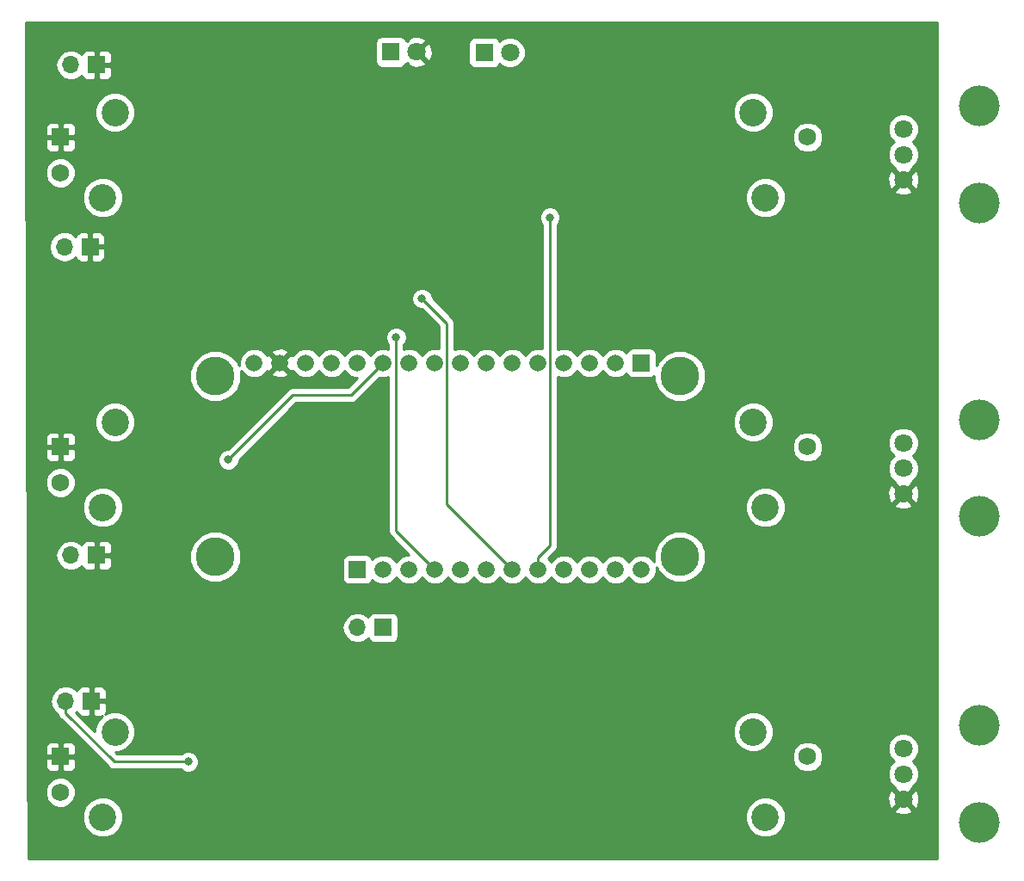
<source format=gbl>
G04 #@! TF.GenerationSoftware,KiCad,Pcbnew,5.0.1-33cea8e~68~ubuntu16.04.1*
G04 #@! TF.CreationDate,2018-11-29T12:11:28+01:00*
G04 #@! TF.ProjectId,midi_controller_pcb,6D6964695F636F6E74726F6C6C65725F,rev?*
G04 #@! TF.SameCoordinates,Original*
G04 #@! TF.FileFunction,Copper,L2,Bot,Signal*
G04 #@! TF.FilePolarity,Positive*
%FSLAX46Y46*%
G04 Gerber Fmt 4.6, Leading zero omitted, Abs format (unit mm)*
G04 Created by KiCad (PCBNEW 5.0.1-33cea8e~68~ubuntu16.04.1) date Do 29 Nov 2018 12:11:28 CET*
%MOMM*%
%LPD*%
G01*
G04 APERTURE LIST*
G04 #@! TA.AperFunction,ComponentPad*
%ADD10R,1.800000X1.800000*%
G04 #@! TD*
G04 #@! TA.AperFunction,ComponentPad*
%ADD11C,1.800000*%
G04 #@! TD*
G04 #@! TA.AperFunction,ComponentPad*
%ADD12R,1.665000X1.665000*%
G04 #@! TD*
G04 #@! TA.AperFunction,ComponentPad*
%ADD13C,1.665000*%
G04 #@! TD*
G04 #@! TA.AperFunction,ComponentPad*
%ADD14C,3.810000*%
G04 #@! TD*
G04 #@! TA.AperFunction,WasherPad*
%ADD15C,4.000000*%
G04 #@! TD*
G04 #@! TA.AperFunction,ComponentPad*
%ADD16R,1.750000X1.750000*%
G04 #@! TD*
G04 #@! TA.AperFunction,ComponentPad*
%ADD17C,1.750000*%
G04 #@! TD*
G04 #@! TA.AperFunction,ComponentPad*
%ADD18C,2.700000*%
G04 #@! TD*
G04 #@! TA.AperFunction,ComponentPad*
%ADD19O,1.700000X1.700000*%
G04 #@! TD*
G04 #@! TA.AperFunction,ComponentPad*
%ADD20R,1.700000X1.700000*%
G04 #@! TD*
G04 #@! TA.AperFunction,ViaPad*
%ADD21C,0.800000*%
G04 #@! TD*
G04 #@! TA.AperFunction,Conductor*
%ADD22C,0.250000*%
G04 #@! TD*
G04 #@! TA.AperFunction,Conductor*
%ADD23C,0.254000*%
G04 #@! TD*
G04 APERTURE END LIST*
D10*
G04 #@! TO.P,D1,1*
G04 #@! TO.N,Net-(D1-Pad1)*
X131572000Y-58928000D03*
D11*
G04 #@! TO.P,D1,2*
G04 #@! TO.N,+3V3*
X134112000Y-58928000D03*
G04 #@! TD*
D12*
G04 #@! TO.P,IC1,1*
G04 #@! TO.N,Net-(IC1-Pad1)*
X156210000Y-89535000D03*
D13*
G04 #@! TO.P,IC1,2*
G04 #@! TO.N,Net-(IC1-Pad2)*
X153670000Y-89535000D03*
G04 #@! TO.P,IC1,3*
G04 #@! TO.N,Net-(IC1-Pad3)*
X151130000Y-89535000D03*
G04 #@! TO.P,IC1,4*
G04 #@! TO.N,Net-(IC1-Pad4)*
X148590000Y-89535000D03*
G04 #@! TO.P,IC1,5*
G04 #@! TO.N,Net-(IC1-Pad5)*
X146050000Y-89535000D03*
G04 #@! TO.P,IC1,6*
G04 #@! TO.N,Net-(IC1-Pad6)*
X143510000Y-89535000D03*
G04 #@! TO.P,IC1,7*
G04 #@! TO.N,Net-(IC1-Pad7)*
X140970000Y-89535000D03*
G04 #@! TO.P,IC1,8*
G04 #@! TO.N,Net-(IC1-Pad8)*
X138430000Y-89535000D03*
G04 #@! TO.P,IC1,9*
G04 #@! TO.N,Net-(IC1-Pad9)*
X135890000Y-89535000D03*
G04 #@! TO.P,IC1,10*
G04 #@! TO.N,Net-(C1-Pad1)*
X133350000Y-89535000D03*
G04 #@! TO.P,IC1,11*
G04 #@! TO.N,Net-(C2-Pad1)*
X130810000Y-89535000D03*
G04 #@! TO.P,IC1,12*
G04 #@! TO.N,Net-(C3-Pad1)*
X128270000Y-89535000D03*
G04 #@! TO.P,IC1,13*
G04 #@! TO.N,GND*
X125730000Y-89535000D03*
G04 #@! TO.P,IC1,14*
G04 #@! TO.N,Net-(IC1-Pad14)*
X123190000Y-89535000D03*
G04 #@! TO.P,IC1,15*
G04 #@! TO.N,+3V3*
X120650000Y-89535000D03*
G04 #@! TO.P,IC1,16*
G04 #@! TO.N,Net-(IC1-Pad16)*
X118110000Y-89535000D03*
D12*
G04 #@! TO.P,IC1,17*
G04 #@! TO.N,Net-(IC1-Pad17)*
X128270000Y-109855000D03*
D13*
G04 #@! TO.P,IC1,18*
G04 #@! TO.N,Net-(IC1-Pad18)*
X130810000Y-109855000D03*
G04 #@! TO.P,IC1,19*
G04 #@! TO.N,Net-(IC1-Pad19)*
X133350000Y-109855000D03*
G04 #@! TO.P,IC1,20*
G04 #@! TO.N,Net-(C4-Pad1)*
X135890000Y-109855000D03*
G04 #@! TO.P,IC1,21*
G04 #@! TO.N,Net-(C5-Pad1)*
X138430000Y-109855000D03*
G04 #@! TO.P,IC1,22*
G04 #@! TO.N,Net-(C6-Pad1)*
X140970000Y-109855000D03*
G04 #@! TO.P,IC1,23*
G04 #@! TO.N,Net-(C7-Pad1)*
X143510000Y-109855000D03*
G04 #@! TO.P,IC1,24*
G04 #@! TO.N,Net-(D2-Pad2)*
X146050000Y-109855000D03*
G04 #@! TO.P,IC1,25*
G04 #@! TO.N,Net-(IC1-Pad25)*
X148590000Y-109855000D03*
G04 #@! TO.P,IC1,26*
G04 #@! TO.N,Net-(IC1-Pad26)*
X151130000Y-109855000D03*
G04 #@! TO.P,IC1,27*
G04 #@! TO.N,Net-(IC1-Pad27)*
X153670000Y-109855000D03*
G04 #@! TO.P,IC1,28*
G04 #@! TO.N,Net-(IC1-Pad28)*
X156210000Y-109855000D03*
D14*
G04 #@! TO.P,IC1,M1*
G04 #@! TO.N,N/C*
X160020000Y-108585000D03*
G04 #@! TO.P,IC1,M2*
X160020000Y-90805000D03*
G04 #@! TO.P,IC1,M3*
X114300000Y-90805000D03*
G04 #@! TO.P,IC1,M4*
X114300000Y-108585000D03*
G04 #@! TD*
D15*
G04 #@! TO.P,RV1,*
G04 #@! TO.N,*
X189484000Y-73762000D03*
X189484000Y-64262000D03*
D11*
G04 #@! TO.P,RV1,1*
G04 #@! TO.N,+3V3*
X181984000Y-71512000D03*
G04 #@! TO.P,RV1,2*
G04 #@! TO.N,Net-(IC1-Pad9)*
X181984000Y-69012000D03*
G04 #@! TO.P,RV1,3*
G04 #@! TO.N,GND*
X181984000Y-66512000D03*
G04 #@! TD*
D16*
G04 #@! TO.P,RV2,1*
G04 #@! TO.N,+3V3*
X99060000Y-67310000D03*
D17*
G04 #@! TO.P,RV2,2*
G04 #@! TO.N,Net-(R1-Pad2)*
X99060000Y-70810000D03*
G04 #@! TO.P,RV2,3*
G04 #@! TO.N,GND*
X172560000Y-67310000D03*
D18*
G04 #@! TO.P,RV2,MP*
G04 #@! TO.N,N/C*
X104410000Y-64860000D03*
X167210000Y-64860000D03*
X103210000Y-73260000D03*
X168410000Y-73260000D03*
G04 #@! TD*
G04 #@! TO.P,RV3,MP*
G04 #@! TO.N,N/C*
X168410000Y-103740000D03*
X103210000Y-103740000D03*
X167210000Y-95340000D03*
X104410000Y-95340000D03*
D17*
G04 #@! TO.P,RV3,3*
G04 #@! TO.N,GND*
X172560000Y-97790000D03*
G04 #@! TO.P,RV3,2*
G04 #@! TO.N,Net-(R2-Pad2)*
X99060000Y-101290000D03*
D16*
G04 #@! TO.P,RV3,1*
G04 #@! TO.N,+3V3*
X99060000Y-97790000D03*
G04 #@! TD*
G04 #@! TO.P,RV4,1*
G04 #@! TO.N,+3V3*
X99060000Y-128270000D03*
D17*
G04 #@! TO.P,RV4,2*
G04 #@! TO.N,Net-(R3-Pad2)*
X99060000Y-131770000D03*
G04 #@! TO.P,RV4,3*
G04 #@! TO.N,GND*
X172560000Y-128270000D03*
D18*
G04 #@! TO.P,RV4,MP*
G04 #@! TO.N,N/C*
X104410000Y-125820000D03*
X167210000Y-125820000D03*
X103210000Y-134220000D03*
X168410000Y-134220000D03*
G04 #@! TD*
D11*
G04 #@! TO.P,RV5,3*
G04 #@! TO.N,GND*
X181984000Y-97398000D03*
G04 #@! TO.P,RV5,2*
G04 #@! TO.N,Net-(IC1-Pad8)*
X181984000Y-99898000D03*
G04 #@! TO.P,RV5,1*
G04 #@! TO.N,+3V3*
X181984000Y-102398000D03*
D15*
G04 #@! TO.P,RV5,*
G04 #@! TO.N,*
X189484000Y-95148000D03*
X189484000Y-104648000D03*
G04 #@! TD*
D11*
G04 #@! TO.P,RV6,3*
G04 #@! TO.N,GND*
X181984000Y-127472000D03*
G04 #@! TO.P,RV6,2*
G04 #@! TO.N,Net-(IC1-Pad7)*
X181984000Y-129972000D03*
G04 #@! TO.P,RV6,1*
G04 #@! TO.N,+3V3*
X181984000Y-132472000D03*
D15*
G04 #@! TO.P,RV6,*
G04 #@! TO.N,*
X189484000Y-125222000D03*
X189484000Y-134722000D03*
G04 #@! TD*
D19*
G04 #@! TO.P,SW1,2*
G04 #@! TO.N,GND*
X128270000Y-115570000D03*
D20*
G04 #@! TO.P,SW1,1*
G04 #@! TO.N,Net-(IC1-Pad18)*
X130810000Y-115570000D03*
G04 #@! TD*
G04 #@! TO.P,SW2,1*
G04 #@! TO.N,+3V3*
X101981000Y-78105000D03*
D19*
G04 #@! TO.P,SW2,2*
G04 #@! TO.N,Net-(C4-Pad1)*
X99441000Y-78105000D03*
G04 #@! TD*
G04 #@! TO.P,SW3,2*
G04 #@! TO.N,Net-(C5-Pad1)*
X100076000Y-108458000D03*
D20*
G04 #@! TO.P,SW3,1*
G04 #@! TO.N,+3V3*
X102616000Y-108458000D03*
G04 #@! TD*
G04 #@! TO.P,SW4,1*
G04 #@! TO.N,+3V3*
X102108000Y-122809000D03*
D19*
G04 #@! TO.P,SW4,2*
G04 #@! TO.N,Net-(C6-Pad1)*
X99568000Y-122809000D03*
G04 #@! TD*
D20*
G04 #@! TO.P,SW5,1*
G04 #@! TO.N,+3V3*
X102616000Y-60198000D03*
D19*
G04 #@! TO.P,SW5,2*
G04 #@! TO.N,Net-(C7-Pad1)*
X100076000Y-60198000D03*
G04 #@! TD*
D10*
G04 #@! TO.P,D2,1*
G04 #@! TO.N,Net-(D2-Pad1)*
X140748001Y-58979001D03*
D11*
G04 #@! TO.P,D2,2*
G04 #@! TO.N,Net-(D2-Pad2)*
X143288001Y-58979001D03*
G04 #@! TD*
D21*
G04 #@! TO.N,Net-(C2-Pad1)*
X115570000Y-99060000D03*
G04 #@! TO.N,Net-(C4-Pad1)*
X132080000Y-86995000D03*
G04 #@! TO.N,Net-(C6-Pad1)*
X111633000Y-128778000D03*
G04 #@! TO.N,Net-(C7-Pad1)*
X134620000Y-83185000D03*
G04 #@! TO.N,Net-(D2-Pad2)*
X147207501Y-75198501D03*
G04 #@! TD*
D22*
G04 #@! TO.N,Net-(C2-Pad1)*
X115570000Y-99060000D02*
X121920000Y-92710000D01*
X127635000Y-92710000D02*
X130810000Y-89535000D01*
X121920000Y-92710000D02*
X127635000Y-92710000D01*
G04 #@! TO.N,Net-(C4-Pad1)*
X132080000Y-106045000D02*
X132080000Y-86995000D01*
X135890000Y-109855000D02*
X132080000Y-106045000D01*
G04 #@! TO.N,Net-(C6-Pad1)*
X104334919Y-128778000D02*
X99568000Y-124011081D01*
X108458000Y-128778000D02*
X104334919Y-128778000D01*
X99568000Y-124011081D02*
X99568000Y-122809000D01*
X108458000Y-128778000D02*
X111633000Y-128778000D01*
G04 #@! TO.N,Net-(C7-Pad1)*
X143510000Y-109855000D02*
X137047501Y-103392501D01*
X137047501Y-85612501D02*
X134620000Y-83185000D01*
X137047501Y-103392501D02*
X137047501Y-85612501D01*
G04 #@! TO.N,Net-(D2-Pad2)*
X146050000Y-108677668D02*
X147207501Y-107520167D01*
X146050000Y-109855000D02*
X146050000Y-108677668D01*
X147207501Y-107520167D02*
X147207501Y-75198501D01*
G04 #@! TD*
D23*
G04 #@! TO.N,+3V3*
G36*
X185284374Y-56019949D02*
X185284374Y-138315949D01*
X95875997Y-138303018D01*
X95862688Y-133825159D01*
X101225000Y-133825159D01*
X101225000Y-134614841D01*
X101527199Y-135344412D01*
X102085588Y-135902801D01*
X102815159Y-136205000D01*
X103604841Y-136205000D01*
X104334412Y-135902801D01*
X104892801Y-135344412D01*
X105195000Y-134614841D01*
X105195000Y-133825159D01*
X166425000Y-133825159D01*
X166425000Y-134614841D01*
X166727199Y-135344412D01*
X167285588Y-135902801D01*
X168015159Y-136205000D01*
X168804841Y-136205000D01*
X169534412Y-135902801D01*
X170092801Y-135344412D01*
X170395000Y-134614841D01*
X170395000Y-133825159D01*
X170281920Y-133552159D01*
X181083446Y-133552159D01*
X181169852Y-133808643D01*
X181743336Y-134018458D01*
X182353460Y-133992839D01*
X182798148Y-133808643D01*
X182884554Y-133552159D01*
X181984000Y-132651605D01*
X181083446Y-133552159D01*
X170281920Y-133552159D01*
X170092801Y-133095588D01*
X169534412Y-132537199D01*
X168804841Y-132235000D01*
X168015159Y-132235000D01*
X167285588Y-132537199D01*
X166727199Y-133095588D01*
X166425000Y-133825159D01*
X105195000Y-133825159D01*
X104892801Y-133095588D01*
X104334412Y-132537199D01*
X103604841Y-132235000D01*
X102815159Y-132235000D01*
X102085588Y-132537199D01*
X101527199Y-133095588D01*
X101225000Y-133825159D01*
X95862688Y-133825159D01*
X95855686Y-131469642D01*
X97550000Y-131469642D01*
X97550000Y-132070358D01*
X97779884Y-132625346D01*
X98204654Y-133050116D01*
X98759642Y-133280000D01*
X99360358Y-133280000D01*
X99915346Y-133050116D01*
X100340116Y-132625346D01*
X100503320Y-132231336D01*
X180437542Y-132231336D01*
X180463161Y-132841460D01*
X180647357Y-133286148D01*
X180903841Y-133372554D01*
X181804395Y-132472000D01*
X182163605Y-132472000D01*
X183064159Y-133372554D01*
X183320643Y-133286148D01*
X183530458Y-132712664D01*
X183504839Y-132102540D01*
X183320643Y-131657852D01*
X183064159Y-131571446D01*
X182163605Y-132472000D01*
X181804395Y-132472000D01*
X180903841Y-131571446D01*
X180647357Y-131657852D01*
X180437542Y-132231336D01*
X100503320Y-132231336D01*
X100570000Y-132070358D01*
X100570000Y-131469642D01*
X100340116Y-130914654D01*
X99915346Y-130489884D01*
X99360358Y-130260000D01*
X98759642Y-130260000D01*
X98204654Y-130489884D01*
X97779884Y-130914654D01*
X97550000Y-131469642D01*
X95855686Y-131469642D01*
X95847025Y-128555750D01*
X97550000Y-128555750D01*
X97550000Y-129271310D01*
X97646673Y-129504699D01*
X97825302Y-129683327D01*
X98058691Y-129780000D01*
X98774250Y-129780000D01*
X98933000Y-129621250D01*
X98933000Y-128397000D01*
X99187000Y-128397000D01*
X99187000Y-129621250D01*
X99345750Y-129780000D01*
X100061309Y-129780000D01*
X100294698Y-129683327D01*
X100473327Y-129504699D01*
X100570000Y-129271310D01*
X100570000Y-128555750D01*
X100411250Y-128397000D01*
X99187000Y-128397000D01*
X98933000Y-128397000D01*
X97708750Y-128397000D01*
X97550000Y-128555750D01*
X95847025Y-128555750D01*
X95843200Y-127268690D01*
X97550000Y-127268690D01*
X97550000Y-127984250D01*
X97708750Y-128143000D01*
X98933000Y-128143000D01*
X98933000Y-126918750D01*
X99187000Y-126918750D01*
X99187000Y-128143000D01*
X100411250Y-128143000D01*
X100570000Y-127984250D01*
X100570000Y-127268690D01*
X100473327Y-127035301D01*
X100294698Y-126856673D01*
X100061309Y-126760000D01*
X99345750Y-126760000D01*
X99187000Y-126918750D01*
X98933000Y-126918750D01*
X98774250Y-126760000D01*
X98058691Y-126760000D01*
X97825302Y-126856673D01*
X97646673Y-127035301D01*
X97550000Y-127268690D01*
X95843200Y-127268690D01*
X95829944Y-122809000D01*
X98053908Y-122809000D01*
X98169161Y-123388418D01*
X98497375Y-123879625D01*
X98808286Y-124087369D01*
X98852096Y-124307617D01*
X99020071Y-124559010D01*
X99083530Y-124601412D01*
X103744590Y-129262473D01*
X103786990Y-129325929D01*
X104038382Y-129493904D01*
X104260067Y-129538000D01*
X104260071Y-129538000D01*
X104334919Y-129552888D01*
X104409767Y-129538000D01*
X110929289Y-129538000D01*
X111046720Y-129655431D01*
X111427126Y-129813000D01*
X111838874Y-129813000D01*
X112219280Y-129655431D01*
X112510431Y-129364280D01*
X112668000Y-128983874D01*
X112668000Y-128572126D01*
X112510431Y-128191720D01*
X112288353Y-127969642D01*
X171050000Y-127969642D01*
X171050000Y-128570358D01*
X171279884Y-129125346D01*
X171704654Y-129550116D01*
X172259642Y-129780000D01*
X172860358Y-129780000D01*
X173415346Y-129550116D01*
X173840116Y-129125346D01*
X174070000Y-128570358D01*
X174070000Y-127969642D01*
X173840116Y-127414654D01*
X173592132Y-127166670D01*
X180449000Y-127166670D01*
X180449000Y-127777330D01*
X180682690Y-128341507D01*
X181063183Y-128722000D01*
X180682690Y-129102493D01*
X180449000Y-129666670D01*
X180449000Y-130277330D01*
X180682690Y-130841507D01*
X181114493Y-131273310D01*
X181122290Y-131276539D01*
X181083446Y-131391841D01*
X181984000Y-132292395D01*
X182884554Y-131391841D01*
X182845710Y-131276539D01*
X182853507Y-131273310D01*
X183285310Y-130841507D01*
X183519000Y-130277330D01*
X183519000Y-129666670D01*
X183285310Y-129102493D01*
X182904817Y-128722000D01*
X183285310Y-128341507D01*
X183519000Y-127777330D01*
X183519000Y-127166670D01*
X183285310Y-126602493D01*
X182853507Y-126170690D01*
X182289330Y-125937000D01*
X181678670Y-125937000D01*
X181114493Y-126170690D01*
X180682690Y-126602493D01*
X180449000Y-127166670D01*
X173592132Y-127166670D01*
X173415346Y-126989884D01*
X172860358Y-126760000D01*
X172259642Y-126760000D01*
X171704654Y-126989884D01*
X171279884Y-127414654D01*
X171050000Y-127969642D01*
X112288353Y-127969642D01*
X112219280Y-127900569D01*
X111838874Y-127743000D01*
X111427126Y-127743000D01*
X111046720Y-127900569D01*
X110929289Y-128018000D01*
X104649721Y-128018000D01*
X104436721Y-127805000D01*
X104804841Y-127805000D01*
X105534412Y-127502801D01*
X106092801Y-126944412D01*
X106395000Y-126214841D01*
X106395000Y-125425159D01*
X165225000Y-125425159D01*
X165225000Y-126214841D01*
X165527199Y-126944412D01*
X166085588Y-127502801D01*
X166815159Y-127805000D01*
X167604841Y-127805000D01*
X168334412Y-127502801D01*
X168892801Y-126944412D01*
X169195000Y-126214841D01*
X169195000Y-125425159D01*
X168892801Y-124695588D01*
X168334412Y-124137199D01*
X167604841Y-123835000D01*
X166815159Y-123835000D01*
X166085588Y-124137199D01*
X165527199Y-124695588D01*
X165225000Y-125425159D01*
X106395000Y-125425159D01*
X106092801Y-124695588D01*
X105534412Y-124137199D01*
X104804841Y-123835000D01*
X104015159Y-123835000D01*
X103443049Y-124071976D01*
X103496327Y-124018698D01*
X103593000Y-123785309D01*
X103593000Y-123094750D01*
X103434250Y-122936000D01*
X102235000Y-122936000D01*
X102235000Y-124135250D01*
X102393750Y-124294000D01*
X103084310Y-124294000D01*
X103160237Y-124262550D01*
X102727199Y-124695588D01*
X102425000Y-125425159D01*
X102425000Y-125793280D01*
X100562326Y-123930606D01*
X100638625Y-123879625D01*
X100653096Y-123857967D01*
X100719673Y-124018698D01*
X100898301Y-124197327D01*
X101131690Y-124294000D01*
X101822250Y-124294000D01*
X101981000Y-124135250D01*
X101981000Y-122936000D01*
X101961000Y-122936000D01*
X101961000Y-122682000D01*
X101981000Y-122682000D01*
X101981000Y-121482750D01*
X102235000Y-121482750D01*
X102235000Y-122682000D01*
X103434250Y-122682000D01*
X103593000Y-122523250D01*
X103593000Y-121832691D01*
X103496327Y-121599302D01*
X103317699Y-121420673D01*
X103084310Y-121324000D01*
X102393750Y-121324000D01*
X102235000Y-121482750D01*
X101981000Y-121482750D01*
X101822250Y-121324000D01*
X101131690Y-121324000D01*
X100898301Y-121420673D01*
X100719673Y-121599302D01*
X100653096Y-121760033D01*
X100638625Y-121738375D01*
X100147418Y-121410161D01*
X99714256Y-121324000D01*
X99421744Y-121324000D01*
X98988582Y-121410161D01*
X98497375Y-121738375D01*
X98169161Y-122229582D01*
X98053908Y-122809000D01*
X95829944Y-122809000D01*
X95808427Y-115570000D01*
X126755908Y-115570000D01*
X126871161Y-116149418D01*
X127199375Y-116640625D01*
X127690582Y-116968839D01*
X128123744Y-117055000D01*
X128416256Y-117055000D01*
X128849418Y-116968839D01*
X129340625Y-116640625D01*
X129352816Y-116622381D01*
X129361843Y-116667765D01*
X129502191Y-116877809D01*
X129712235Y-117018157D01*
X129960000Y-117067440D01*
X131660000Y-117067440D01*
X131907765Y-117018157D01*
X132117809Y-116877809D01*
X132258157Y-116667765D01*
X132307440Y-116420000D01*
X132307440Y-114720000D01*
X132258157Y-114472235D01*
X132117809Y-114262191D01*
X131907765Y-114121843D01*
X131660000Y-114072560D01*
X129960000Y-114072560D01*
X129712235Y-114121843D01*
X129502191Y-114262191D01*
X129361843Y-114472235D01*
X129352816Y-114517619D01*
X129340625Y-114499375D01*
X128849418Y-114171161D01*
X128416256Y-114085000D01*
X128123744Y-114085000D01*
X127690582Y-114171161D01*
X127199375Y-114499375D01*
X126871161Y-114990582D01*
X126755908Y-115570000D01*
X95808427Y-115570000D01*
X95787287Y-108458000D01*
X98561908Y-108458000D01*
X98677161Y-109037418D01*
X99005375Y-109528625D01*
X99496582Y-109856839D01*
X99929744Y-109943000D01*
X100222256Y-109943000D01*
X100655418Y-109856839D01*
X101146625Y-109528625D01*
X101161096Y-109506967D01*
X101227673Y-109667698D01*
X101406301Y-109846327D01*
X101639690Y-109943000D01*
X102330250Y-109943000D01*
X102489000Y-109784250D01*
X102489000Y-108585000D01*
X102743000Y-108585000D01*
X102743000Y-109784250D01*
X102901750Y-109943000D01*
X103592310Y-109943000D01*
X103825699Y-109846327D01*
X104004327Y-109667698D01*
X104101000Y-109434309D01*
X104101000Y-108743750D01*
X103942250Y-108585000D01*
X102743000Y-108585000D01*
X102489000Y-108585000D01*
X102469000Y-108585000D01*
X102469000Y-108331000D01*
X102489000Y-108331000D01*
X102489000Y-107131750D01*
X102743000Y-107131750D01*
X102743000Y-108331000D01*
X103942250Y-108331000D01*
X104101000Y-108172250D01*
X104101000Y-108079762D01*
X111760000Y-108079762D01*
X111760000Y-109090238D01*
X112146692Y-110023795D01*
X112861205Y-110738308D01*
X113794762Y-111125000D01*
X114805238Y-111125000D01*
X115738795Y-110738308D01*
X116453308Y-110023795D01*
X116840000Y-109090238D01*
X116840000Y-108079762D01*
X116453308Y-107146205D01*
X115738795Y-106431692D01*
X114805238Y-106045000D01*
X113794762Y-106045000D01*
X112861205Y-106431692D01*
X112146692Y-107146205D01*
X111760000Y-108079762D01*
X104101000Y-108079762D01*
X104101000Y-107481691D01*
X104004327Y-107248302D01*
X103825699Y-107069673D01*
X103592310Y-106973000D01*
X102901750Y-106973000D01*
X102743000Y-107131750D01*
X102489000Y-107131750D01*
X102330250Y-106973000D01*
X101639690Y-106973000D01*
X101406301Y-107069673D01*
X101227673Y-107248302D01*
X101161096Y-107409033D01*
X101146625Y-107387375D01*
X100655418Y-107059161D01*
X100222256Y-106973000D01*
X99929744Y-106973000D01*
X99496582Y-107059161D01*
X99005375Y-107387375D01*
X98677161Y-107878582D01*
X98561908Y-108458000D01*
X95787287Y-108458000D01*
X95772089Y-103345159D01*
X101225000Y-103345159D01*
X101225000Y-104134841D01*
X101527199Y-104864412D01*
X102085588Y-105422801D01*
X102815159Y-105725000D01*
X103604841Y-105725000D01*
X104334412Y-105422801D01*
X104892801Y-104864412D01*
X105195000Y-104134841D01*
X105195000Y-103345159D01*
X104892801Y-102615588D01*
X104334412Y-102057199D01*
X103604841Y-101755000D01*
X102815159Y-101755000D01*
X102085588Y-102057199D01*
X101527199Y-102615588D01*
X101225000Y-103345159D01*
X95772089Y-103345159D01*
X95765087Y-100989642D01*
X97550000Y-100989642D01*
X97550000Y-101590358D01*
X97779884Y-102145346D01*
X98204654Y-102570116D01*
X98759642Y-102800000D01*
X99360358Y-102800000D01*
X99915346Y-102570116D01*
X100340116Y-102145346D01*
X100570000Y-101590358D01*
X100570000Y-100989642D01*
X100340116Y-100434654D01*
X99915346Y-100009884D01*
X99360358Y-99780000D01*
X98759642Y-99780000D01*
X98204654Y-100009884D01*
X97779884Y-100434654D01*
X97550000Y-100989642D01*
X95765087Y-100989642D01*
X95756426Y-98075750D01*
X97550000Y-98075750D01*
X97550000Y-98791310D01*
X97646673Y-99024699D01*
X97825302Y-99203327D01*
X98058691Y-99300000D01*
X98774250Y-99300000D01*
X98933000Y-99141250D01*
X98933000Y-97917000D01*
X99187000Y-97917000D01*
X99187000Y-99141250D01*
X99345750Y-99300000D01*
X100061309Y-99300000D01*
X100294698Y-99203327D01*
X100473327Y-99024699D01*
X100543980Y-98854126D01*
X114535000Y-98854126D01*
X114535000Y-99265874D01*
X114692569Y-99646280D01*
X114983720Y-99937431D01*
X115364126Y-100095000D01*
X115775874Y-100095000D01*
X116156280Y-99937431D01*
X116447431Y-99646280D01*
X116605000Y-99265874D01*
X116605000Y-99099801D01*
X122234802Y-93470000D01*
X127560153Y-93470000D01*
X127635000Y-93484888D01*
X127709847Y-93470000D01*
X127709852Y-93470000D01*
X127931537Y-93425904D01*
X128182929Y-93257929D01*
X128225331Y-93194470D01*
X130446824Y-90972978D01*
X130518096Y-91002500D01*
X131101904Y-91002500D01*
X131320001Y-90912161D01*
X131320000Y-105970153D01*
X131305112Y-106045000D01*
X131320000Y-106119847D01*
X131320000Y-106119851D01*
X131364096Y-106341536D01*
X131532071Y-106592929D01*
X131595530Y-106635331D01*
X133347699Y-108387500D01*
X133058096Y-108387500D01*
X132518728Y-108610914D01*
X132105914Y-109023728D01*
X132080000Y-109086290D01*
X132054086Y-109023728D01*
X131641272Y-108610914D01*
X131101904Y-108387500D01*
X130518096Y-108387500D01*
X129978728Y-108610914D01*
X129719612Y-108870030D01*
X129700657Y-108774735D01*
X129560309Y-108564691D01*
X129350265Y-108424343D01*
X129102500Y-108375060D01*
X127437500Y-108375060D01*
X127189735Y-108424343D01*
X126979691Y-108564691D01*
X126839343Y-108774735D01*
X126790060Y-109022500D01*
X126790060Y-110687500D01*
X126839343Y-110935265D01*
X126979691Y-111145309D01*
X127189735Y-111285657D01*
X127437500Y-111334940D01*
X129102500Y-111334940D01*
X129350265Y-111285657D01*
X129560309Y-111145309D01*
X129700657Y-110935265D01*
X129719612Y-110839970D01*
X129978728Y-111099086D01*
X130518096Y-111322500D01*
X131101904Y-111322500D01*
X131641272Y-111099086D01*
X132054086Y-110686272D01*
X132080000Y-110623710D01*
X132105914Y-110686272D01*
X132518728Y-111099086D01*
X133058096Y-111322500D01*
X133641904Y-111322500D01*
X134181272Y-111099086D01*
X134594086Y-110686272D01*
X134620000Y-110623710D01*
X134645914Y-110686272D01*
X135058728Y-111099086D01*
X135598096Y-111322500D01*
X136181904Y-111322500D01*
X136721272Y-111099086D01*
X137134086Y-110686272D01*
X137160000Y-110623710D01*
X137185914Y-110686272D01*
X137598728Y-111099086D01*
X138138096Y-111322500D01*
X138721904Y-111322500D01*
X139261272Y-111099086D01*
X139674086Y-110686272D01*
X139700000Y-110623710D01*
X139725914Y-110686272D01*
X140138728Y-111099086D01*
X140678096Y-111322500D01*
X141261904Y-111322500D01*
X141801272Y-111099086D01*
X142214086Y-110686272D01*
X142240000Y-110623710D01*
X142265914Y-110686272D01*
X142678728Y-111099086D01*
X143218096Y-111322500D01*
X143801904Y-111322500D01*
X144341272Y-111099086D01*
X144754086Y-110686272D01*
X144780000Y-110623710D01*
X144805914Y-110686272D01*
X145218728Y-111099086D01*
X145758096Y-111322500D01*
X146341904Y-111322500D01*
X146881272Y-111099086D01*
X147294086Y-110686272D01*
X147320000Y-110623710D01*
X147345914Y-110686272D01*
X147758728Y-111099086D01*
X148298096Y-111322500D01*
X148881904Y-111322500D01*
X149421272Y-111099086D01*
X149834086Y-110686272D01*
X149860000Y-110623710D01*
X149885914Y-110686272D01*
X150298728Y-111099086D01*
X150838096Y-111322500D01*
X151421904Y-111322500D01*
X151961272Y-111099086D01*
X152374086Y-110686272D01*
X152400000Y-110623710D01*
X152425914Y-110686272D01*
X152838728Y-111099086D01*
X153378096Y-111322500D01*
X153961904Y-111322500D01*
X154501272Y-111099086D01*
X154914086Y-110686272D01*
X154940000Y-110623710D01*
X154965914Y-110686272D01*
X155378728Y-111099086D01*
X155918096Y-111322500D01*
X156501904Y-111322500D01*
X157041272Y-111099086D01*
X157454086Y-110686272D01*
X157677500Y-110146904D01*
X157677500Y-109567045D01*
X157866692Y-110023795D01*
X158581205Y-110738308D01*
X159514762Y-111125000D01*
X160525238Y-111125000D01*
X161458795Y-110738308D01*
X162173308Y-110023795D01*
X162560000Y-109090238D01*
X162560000Y-108079762D01*
X162173308Y-107146205D01*
X161458795Y-106431692D01*
X160525238Y-106045000D01*
X159514762Y-106045000D01*
X158581205Y-106431692D01*
X157866692Y-107146205D01*
X157480000Y-108079762D01*
X157480000Y-109086290D01*
X157454086Y-109023728D01*
X157041272Y-108610914D01*
X156501904Y-108387500D01*
X155918096Y-108387500D01*
X155378728Y-108610914D01*
X154965914Y-109023728D01*
X154940000Y-109086290D01*
X154914086Y-109023728D01*
X154501272Y-108610914D01*
X153961904Y-108387500D01*
X153378096Y-108387500D01*
X152838728Y-108610914D01*
X152425914Y-109023728D01*
X152400000Y-109086290D01*
X152374086Y-109023728D01*
X151961272Y-108610914D01*
X151421904Y-108387500D01*
X150838096Y-108387500D01*
X150298728Y-108610914D01*
X149885914Y-109023728D01*
X149860000Y-109086290D01*
X149834086Y-109023728D01*
X149421272Y-108610914D01*
X148881904Y-108387500D01*
X148298096Y-108387500D01*
X147758728Y-108610914D01*
X147345914Y-109023728D01*
X147320000Y-109086290D01*
X147294086Y-109023728D01*
X147036414Y-108766056D01*
X147691974Y-108110496D01*
X147755430Y-108068096D01*
X147923405Y-107816704D01*
X147967501Y-107595019D01*
X147967501Y-107595015D01*
X147982389Y-107520167D01*
X147967501Y-107445319D01*
X147967501Y-103345159D01*
X166425000Y-103345159D01*
X166425000Y-104134841D01*
X166727199Y-104864412D01*
X167285588Y-105422801D01*
X168015159Y-105725000D01*
X168804841Y-105725000D01*
X169534412Y-105422801D01*
X170092801Y-104864412D01*
X170395000Y-104134841D01*
X170395000Y-103478159D01*
X181083446Y-103478159D01*
X181169852Y-103734643D01*
X181743336Y-103944458D01*
X182353460Y-103918839D01*
X182798148Y-103734643D01*
X182884554Y-103478159D01*
X181984000Y-102577605D01*
X181083446Y-103478159D01*
X170395000Y-103478159D01*
X170395000Y-103345159D01*
X170092801Y-102615588D01*
X169634549Y-102157336D01*
X180437542Y-102157336D01*
X180463161Y-102767460D01*
X180647357Y-103212148D01*
X180903841Y-103298554D01*
X181804395Y-102398000D01*
X182163605Y-102398000D01*
X183064159Y-103298554D01*
X183320643Y-103212148D01*
X183530458Y-102638664D01*
X183504839Y-102028540D01*
X183320643Y-101583852D01*
X183064159Y-101497446D01*
X182163605Y-102398000D01*
X181804395Y-102398000D01*
X180903841Y-101497446D01*
X180647357Y-101583852D01*
X180437542Y-102157336D01*
X169634549Y-102157336D01*
X169534412Y-102057199D01*
X168804841Y-101755000D01*
X168015159Y-101755000D01*
X167285588Y-102057199D01*
X166727199Y-102615588D01*
X166425000Y-103345159D01*
X147967501Y-103345159D01*
X147967501Y-97489642D01*
X171050000Y-97489642D01*
X171050000Y-98090358D01*
X171279884Y-98645346D01*
X171704654Y-99070116D01*
X172259642Y-99300000D01*
X172860358Y-99300000D01*
X173415346Y-99070116D01*
X173840116Y-98645346D01*
X174070000Y-98090358D01*
X174070000Y-97489642D01*
X173905569Y-97092670D01*
X180449000Y-97092670D01*
X180449000Y-97703330D01*
X180682690Y-98267507D01*
X181063183Y-98648000D01*
X180682690Y-99028493D01*
X180449000Y-99592670D01*
X180449000Y-100203330D01*
X180682690Y-100767507D01*
X181114493Y-101199310D01*
X181122290Y-101202539D01*
X181083446Y-101317841D01*
X181984000Y-102218395D01*
X182884554Y-101317841D01*
X182845710Y-101202539D01*
X182853507Y-101199310D01*
X183285310Y-100767507D01*
X183519000Y-100203330D01*
X183519000Y-99592670D01*
X183285310Y-99028493D01*
X182904817Y-98648000D01*
X183285310Y-98267507D01*
X183519000Y-97703330D01*
X183519000Y-97092670D01*
X183285310Y-96528493D01*
X182853507Y-96096690D01*
X182289330Y-95863000D01*
X181678670Y-95863000D01*
X181114493Y-96096690D01*
X180682690Y-96528493D01*
X180449000Y-97092670D01*
X173905569Y-97092670D01*
X173840116Y-96934654D01*
X173415346Y-96509884D01*
X172860358Y-96280000D01*
X172259642Y-96280000D01*
X171704654Y-96509884D01*
X171279884Y-96934654D01*
X171050000Y-97489642D01*
X147967501Y-97489642D01*
X147967501Y-94945159D01*
X165225000Y-94945159D01*
X165225000Y-95734841D01*
X165527199Y-96464412D01*
X166085588Y-97022801D01*
X166815159Y-97325000D01*
X167604841Y-97325000D01*
X168334412Y-97022801D01*
X168892801Y-96464412D01*
X169195000Y-95734841D01*
X169195000Y-94945159D01*
X168892801Y-94215588D01*
X168334412Y-93657199D01*
X167604841Y-93355000D01*
X166815159Y-93355000D01*
X166085588Y-93657199D01*
X165527199Y-94215588D01*
X165225000Y-94945159D01*
X147967501Y-94945159D01*
X147967501Y-90865563D01*
X148298096Y-91002500D01*
X148881904Y-91002500D01*
X149421272Y-90779086D01*
X149834086Y-90366272D01*
X149860000Y-90303710D01*
X149885914Y-90366272D01*
X150298728Y-90779086D01*
X150838096Y-91002500D01*
X151421904Y-91002500D01*
X151961272Y-90779086D01*
X152374086Y-90366272D01*
X152400000Y-90303710D01*
X152425914Y-90366272D01*
X152838728Y-90779086D01*
X153378096Y-91002500D01*
X153961904Y-91002500D01*
X154501272Y-90779086D01*
X154760388Y-90519970D01*
X154779343Y-90615265D01*
X154919691Y-90825309D01*
X155129735Y-90965657D01*
X155377500Y-91014940D01*
X157042500Y-91014940D01*
X157290265Y-90965657D01*
X157480000Y-90838879D01*
X157480000Y-91310238D01*
X157866692Y-92243795D01*
X158581205Y-92958308D01*
X159514762Y-93345000D01*
X160525238Y-93345000D01*
X161458795Y-92958308D01*
X162173308Y-92243795D01*
X162560000Y-91310238D01*
X162560000Y-90299762D01*
X162173308Y-89366205D01*
X161458795Y-88651692D01*
X160525238Y-88265000D01*
X159514762Y-88265000D01*
X158581205Y-88651692D01*
X157866692Y-89366205D01*
X157689940Y-89792922D01*
X157689940Y-88702500D01*
X157640657Y-88454735D01*
X157500309Y-88244691D01*
X157290265Y-88104343D01*
X157042500Y-88055060D01*
X155377500Y-88055060D01*
X155129735Y-88104343D01*
X154919691Y-88244691D01*
X154779343Y-88454735D01*
X154760388Y-88550030D01*
X154501272Y-88290914D01*
X153961904Y-88067500D01*
X153378096Y-88067500D01*
X152838728Y-88290914D01*
X152425914Y-88703728D01*
X152400000Y-88766290D01*
X152374086Y-88703728D01*
X151961272Y-88290914D01*
X151421904Y-88067500D01*
X150838096Y-88067500D01*
X150298728Y-88290914D01*
X149885914Y-88703728D01*
X149860000Y-88766290D01*
X149834086Y-88703728D01*
X149421272Y-88290914D01*
X148881904Y-88067500D01*
X148298096Y-88067500D01*
X147967501Y-88204437D01*
X147967501Y-75902212D01*
X148084932Y-75784781D01*
X148242501Y-75404375D01*
X148242501Y-74992627D01*
X148084932Y-74612221D01*
X147793781Y-74321070D01*
X147413375Y-74163501D01*
X147001627Y-74163501D01*
X146621221Y-74321070D01*
X146330070Y-74612221D01*
X146172501Y-74992627D01*
X146172501Y-75404375D01*
X146330070Y-75784781D01*
X146447502Y-75902213D01*
X146447502Y-88111240D01*
X146341904Y-88067500D01*
X145758096Y-88067500D01*
X145218728Y-88290914D01*
X144805914Y-88703728D01*
X144780000Y-88766290D01*
X144754086Y-88703728D01*
X144341272Y-88290914D01*
X143801904Y-88067500D01*
X143218096Y-88067500D01*
X142678728Y-88290914D01*
X142265914Y-88703728D01*
X142240000Y-88766290D01*
X142214086Y-88703728D01*
X141801272Y-88290914D01*
X141261904Y-88067500D01*
X140678096Y-88067500D01*
X140138728Y-88290914D01*
X139725914Y-88703728D01*
X139700000Y-88766290D01*
X139674086Y-88703728D01*
X139261272Y-88290914D01*
X138721904Y-88067500D01*
X138138096Y-88067500D01*
X137807501Y-88204437D01*
X137807501Y-85687349D01*
X137822389Y-85612501D01*
X137807501Y-85537653D01*
X137807501Y-85537649D01*
X137763405Y-85315964D01*
X137763405Y-85315963D01*
X137637830Y-85128028D01*
X137595430Y-85064572D01*
X137531974Y-85022172D01*
X135655000Y-83145199D01*
X135655000Y-82979126D01*
X135497431Y-82598720D01*
X135206280Y-82307569D01*
X134825874Y-82150000D01*
X134414126Y-82150000D01*
X134033720Y-82307569D01*
X133742569Y-82598720D01*
X133585000Y-82979126D01*
X133585000Y-83390874D01*
X133742569Y-83771280D01*
X134033720Y-84062431D01*
X134414126Y-84220000D01*
X134580199Y-84220000D01*
X136287502Y-85927304D01*
X136287502Y-88111240D01*
X136181904Y-88067500D01*
X135598096Y-88067500D01*
X135058728Y-88290914D01*
X134645914Y-88703728D01*
X134620000Y-88766290D01*
X134594086Y-88703728D01*
X134181272Y-88290914D01*
X133641904Y-88067500D01*
X133058096Y-88067500D01*
X132840000Y-88157839D01*
X132840000Y-87698711D01*
X132957431Y-87581280D01*
X133115000Y-87200874D01*
X133115000Y-86789126D01*
X132957431Y-86408720D01*
X132666280Y-86117569D01*
X132285874Y-85960000D01*
X131874126Y-85960000D01*
X131493720Y-86117569D01*
X131202569Y-86408720D01*
X131045000Y-86789126D01*
X131045000Y-87200874D01*
X131202569Y-87581280D01*
X131320001Y-87698712D01*
X131320001Y-88157839D01*
X131101904Y-88067500D01*
X130518096Y-88067500D01*
X129978728Y-88290914D01*
X129565914Y-88703728D01*
X129540000Y-88766290D01*
X129514086Y-88703728D01*
X129101272Y-88290914D01*
X128561904Y-88067500D01*
X127978096Y-88067500D01*
X127438728Y-88290914D01*
X127025914Y-88703728D01*
X127000000Y-88766290D01*
X126974086Y-88703728D01*
X126561272Y-88290914D01*
X126021904Y-88067500D01*
X125438096Y-88067500D01*
X124898728Y-88290914D01*
X124485914Y-88703728D01*
X124460000Y-88766290D01*
X124434086Y-88703728D01*
X124021272Y-88290914D01*
X123481904Y-88067500D01*
X122898096Y-88067500D01*
X122358728Y-88290914D01*
X121945914Y-88703728D01*
X121923013Y-88759016D01*
X121681285Y-88683320D01*
X120829605Y-89535000D01*
X121681285Y-90386680D01*
X121923013Y-90310984D01*
X121945914Y-90366272D01*
X122358728Y-90779086D01*
X122898096Y-91002500D01*
X123481904Y-91002500D01*
X124021272Y-90779086D01*
X124434086Y-90366272D01*
X124460000Y-90303710D01*
X124485914Y-90366272D01*
X124898728Y-90779086D01*
X125438096Y-91002500D01*
X126021904Y-91002500D01*
X126561272Y-90779086D01*
X126974086Y-90366272D01*
X127000000Y-90303710D01*
X127025914Y-90366272D01*
X127438728Y-90779086D01*
X127978096Y-91002500D01*
X128267699Y-91002500D01*
X127320199Y-91950000D01*
X121994846Y-91950000D01*
X121919999Y-91935112D01*
X121845152Y-91950000D01*
X121845148Y-91950000D01*
X121623463Y-91994096D01*
X121372071Y-92162071D01*
X121329671Y-92225527D01*
X115530199Y-98025000D01*
X115364126Y-98025000D01*
X114983720Y-98182569D01*
X114692569Y-98473720D01*
X114535000Y-98854126D01*
X100543980Y-98854126D01*
X100570000Y-98791310D01*
X100570000Y-98075750D01*
X100411250Y-97917000D01*
X99187000Y-97917000D01*
X98933000Y-97917000D01*
X97708750Y-97917000D01*
X97550000Y-98075750D01*
X95756426Y-98075750D01*
X95752601Y-96788690D01*
X97550000Y-96788690D01*
X97550000Y-97504250D01*
X97708750Y-97663000D01*
X98933000Y-97663000D01*
X98933000Y-96438750D01*
X99187000Y-96438750D01*
X99187000Y-97663000D01*
X100411250Y-97663000D01*
X100570000Y-97504250D01*
X100570000Y-96788690D01*
X100473327Y-96555301D01*
X100294698Y-96376673D01*
X100061309Y-96280000D01*
X99345750Y-96280000D01*
X99187000Y-96438750D01*
X98933000Y-96438750D01*
X98774250Y-96280000D01*
X98058691Y-96280000D01*
X97825302Y-96376673D01*
X97646673Y-96555301D01*
X97550000Y-96788690D01*
X95752601Y-96788690D01*
X95747122Y-94945159D01*
X102425000Y-94945159D01*
X102425000Y-95734841D01*
X102727199Y-96464412D01*
X103285588Y-97022801D01*
X104015159Y-97325000D01*
X104804841Y-97325000D01*
X105534412Y-97022801D01*
X106092801Y-96464412D01*
X106395000Y-95734841D01*
X106395000Y-94945159D01*
X106092801Y-94215588D01*
X105534412Y-93657199D01*
X104804841Y-93355000D01*
X104015159Y-93355000D01*
X103285588Y-93657199D01*
X102727199Y-94215588D01*
X102425000Y-94945159D01*
X95747122Y-94945159D01*
X95733314Y-90299762D01*
X111760000Y-90299762D01*
X111760000Y-91310238D01*
X112146692Y-92243795D01*
X112861205Y-92958308D01*
X113794762Y-93345000D01*
X114805238Y-93345000D01*
X115738795Y-92958308D01*
X116453308Y-92243795D01*
X116840000Y-91310238D01*
X116840000Y-90303710D01*
X116865914Y-90366272D01*
X117278728Y-90779086D01*
X117818096Y-91002500D01*
X118401904Y-91002500D01*
X118941272Y-90779086D01*
X119154073Y-90566285D01*
X119798320Y-90566285D01*
X119876446Y-90815772D01*
X120425460Y-91014306D01*
X121008657Y-90987628D01*
X121423554Y-90815772D01*
X121501680Y-90566285D01*
X120650000Y-89714605D01*
X119798320Y-90566285D01*
X119154073Y-90566285D01*
X119354086Y-90366272D01*
X119376987Y-90310984D01*
X119618715Y-90386680D01*
X120470395Y-89535000D01*
X119618715Y-88683320D01*
X119376987Y-88759016D01*
X119354086Y-88703728D01*
X119154073Y-88503715D01*
X119798320Y-88503715D01*
X120650000Y-89355395D01*
X121501680Y-88503715D01*
X121423554Y-88254228D01*
X120874540Y-88055694D01*
X120291343Y-88082372D01*
X119876446Y-88254228D01*
X119798320Y-88503715D01*
X119154073Y-88503715D01*
X118941272Y-88290914D01*
X118401904Y-88067500D01*
X117818096Y-88067500D01*
X117278728Y-88290914D01*
X116865914Y-88703728D01*
X116642500Y-89243096D01*
X116642500Y-89822955D01*
X116453308Y-89366205D01*
X115738795Y-88651692D01*
X114805238Y-88265000D01*
X113794762Y-88265000D01*
X112861205Y-88651692D01*
X112146692Y-89366205D01*
X111760000Y-90299762D01*
X95733314Y-90299762D01*
X95697065Y-78105000D01*
X97926908Y-78105000D01*
X98042161Y-78684418D01*
X98370375Y-79175625D01*
X98861582Y-79503839D01*
X99294744Y-79590000D01*
X99587256Y-79590000D01*
X100020418Y-79503839D01*
X100511625Y-79175625D01*
X100526096Y-79153967D01*
X100592673Y-79314698D01*
X100771301Y-79493327D01*
X101004690Y-79590000D01*
X101695250Y-79590000D01*
X101854000Y-79431250D01*
X101854000Y-78232000D01*
X102108000Y-78232000D01*
X102108000Y-79431250D01*
X102266750Y-79590000D01*
X102957310Y-79590000D01*
X103190699Y-79493327D01*
X103369327Y-79314698D01*
X103466000Y-79081309D01*
X103466000Y-78390750D01*
X103307250Y-78232000D01*
X102108000Y-78232000D01*
X101854000Y-78232000D01*
X101834000Y-78232000D01*
X101834000Y-77978000D01*
X101854000Y-77978000D01*
X101854000Y-76778750D01*
X102108000Y-76778750D01*
X102108000Y-77978000D01*
X103307250Y-77978000D01*
X103466000Y-77819250D01*
X103466000Y-77128691D01*
X103369327Y-76895302D01*
X103190699Y-76716673D01*
X102957310Y-76620000D01*
X102266750Y-76620000D01*
X102108000Y-76778750D01*
X101854000Y-76778750D01*
X101695250Y-76620000D01*
X101004690Y-76620000D01*
X100771301Y-76716673D01*
X100592673Y-76895302D01*
X100526096Y-77056033D01*
X100511625Y-77034375D01*
X100020418Y-76706161D01*
X99587256Y-76620000D01*
X99294744Y-76620000D01*
X98861582Y-76706161D01*
X98370375Y-77034375D01*
X98042161Y-77525582D01*
X97926908Y-78105000D01*
X95697065Y-78105000D01*
X95681490Y-72865159D01*
X101225000Y-72865159D01*
X101225000Y-73654841D01*
X101527199Y-74384412D01*
X102085588Y-74942801D01*
X102815159Y-75245000D01*
X103604841Y-75245000D01*
X104334412Y-74942801D01*
X104892801Y-74384412D01*
X105195000Y-73654841D01*
X105195000Y-72865159D01*
X166425000Y-72865159D01*
X166425000Y-73654841D01*
X166727199Y-74384412D01*
X167285588Y-74942801D01*
X168015159Y-75245000D01*
X168804841Y-75245000D01*
X169534412Y-74942801D01*
X170092801Y-74384412D01*
X170395000Y-73654841D01*
X170395000Y-72865159D01*
X170281920Y-72592159D01*
X181083446Y-72592159D01*
X181169852Y-72848643D01*
X181743336Y-73058458D01*
X182353460Y-73032839D01*
X182798148Y-72848643D01*
X182884554Y-72592159D01*
X181984000Y-71691605D01*
X181083446Y-72592159D01*
X170281920Y-72592159D01*
X170092801Y-72135588D01*
X169534412Y-71577199D01*
X168804841Y-71275000D01*
X168015159Y-71275000D01*
X167285588Y-71577199D01*
X166727199Y-72135588D01*
X166425000Y-72865159D01*
X105195000Y-72865159D01*
X104892801Y-72135588D01*
X104334412Y-71577199D01*
X103604841Y-71275000D01*
X102815159Y-71275000D01*
X102085588Y-71577199D01*
X101527199Y-72135588D01*
X101225000Y-72865159D01*
X95681490Y-72865159D01*
X95674487Y-70509642D01*
X97550000Y-70509642D01*
X97550000Y-71110358D01*
X97779884Y-71665346D01*
X98204654Y-72090116D01*
X98759642Y-72320000D01*
X99360358Y-72320000D01*
X99915346Y-72090116D01*
X100340116Y-71665346D01*
X100503320Y-71271336D01*
X180437542Y-71271336D01*
X180463161Y-71881460D01*
X180647357Y-72326148D01*
X180903841Y-72412554D01*
X181804395Y-71512000D01*
X182163605Y-71512000D01*
X183064159Y-72412554D01*
X183320643Y-72326148D01*
X183530458Y-71752664D01*
X183504839Y-71142540D01*
X183320643Y-70697852D01*
X183064159Y-70611446D01*
X182163605Y-71512000D01*
X181804395Y-71512000D01*
X180903841Y-70611446D01*
X180647357Y-70697852D01*
X180437542Y-71271336D01*
X100503320Y-71271336D01*
X100570000Y-71110358D01*
X100570000Y-70509642D01*
X100340116Y-69954654D01*
X99915346Y-69529884D01*
X99360358Y-69300000D01*
X98759642Y-69300000D01*
X98204654Y-69529884D01*
X97779884Y-69954654D01*
X97550000Y-70509642D01*
X95674487Y-70509642D01*
X95665826Y-67595750D01*
X97550000Y-67595750D01*
X97550000Y-68311310D01*
X97646673Y-68544699D01*
X97825302Y-68723327D01*
X98058691Y-68820000D01*
X98774250Y-68820000D01*
X98933000Y-68661250D01*
X98933000Y-67437000D01*
X99187000Y-67437000D01*
X99187000Y-68661250D01*
X99345750Y-68820000D01*
X100061309Y-68820000D01*
X100294698Y-68723327D01*
X100473327Y-68544699D01*
X100570000Y-68311310D01*
X100570000Y-67595750D01*
X100411250Y-67437000D01*
X99187000Y-67437000D01*
X98933000Y-67437000D01*
X97708750Y-67437000D01*
X97550000Y-67595750D01*
X95665826Y-67595750D01*
X95662001Y-66308690D01*
X97550000Y-66308690D01*
X97550000Y-67024250D01*
X97708750Y-67183000D01*
X98933000Y-67183000D01*
X98933000Y-65958750D01*
X99187000Y-65958750D01*
X99187000Y-67183000D01*
X100411250Y-67183000D01*
X100570000Y-67024250D01*
X100570000Y-67009642D01*
X171050000Y-67009642D01*
X171050000Y-67610358D01*
X171279884Y-68165346D01*
X171704654Y-68590116D01*
X172259642Y-68820000D01*
X172860358Y-68820000D01*
X173415346Y-68590116D01*
X173840116Y-68165346D01*
X174070000Y-67610358D01*
X174070000Y-67009642D01*
X173840116Y-66454654D01*
X173592132Y-66206670D01*
X180449000Y-66206670D01*
X180449000Y-66817330D01*
X180682690Y-67381507D01*
X181063183Y-67762000D01*
X180682690Y-68142493D01*
X180449000Y-68706670D01*
X180449000Y-69317330D01*
X180682690Y-69881507D01*
X181114493Y-70313310D01*
X181122290Y-70316539D01*
X181083446Y-70431841D01*
X181984000Y-71332395D01*
X182884554Y-70431841D01*
X182845710Y-70316539D01*
X182853507Y-70313310D01*
X183285310Y-69881507D01*
X183519000Y-69317330D01*
X183519000Y-68706670D01*
X183285310Y-68142493D01*
X182904817Y-67762000D01*
X183285310Y-67381507D01*
X183519000Y-66817330D01*
X183519000Y-66206670D01*
X183285310Y-65642493D01*
X182853507Y-65210690D01*
X182289330Y-64977000D01*
X181678670Y-64977000D01*
X181114493Y-65210690D01*
X180682690Y-65642493D01*
X180449000Y-66206670D01*
X173592132Y-66206670D01*
X173415346Y-66029884D01*
X172860358Y-65800000D01*
X172259642Y-65800000D01*
X171704654Y-66029884D01*
X171279884Y-66454654D01*
X171050000Y-67009642D01*
X100570000Y-67009642D01*
X100570000Y-66308690D01*
X100473327Y-66075301D01*
X100294698Y-65896673D01*
X100061309Y-65800000D01*
X99345750Y-65800000D01*
X99187000Y-65958750D01*
X98933000Y-65958750D01*
X98774250Y-65800000D01*
X98058691Y-65800000D01*
X97825302Y-65896673D01*
X97646673Y-66075301D01*
X97550000Y-66308690D01*
X95662001Y-66308690D01*
X95656522Y-64465159D01*
X102425000Y-64465159D01*
X102425000Y-65254841D01*
X102727199Y-65984412D01*
X103285588Y-66542801D01*
X104015159Y-66845000D01*
X104804841Y-66845000D01*
X105534412Y-66542801D01*
X106092801Y-65984412D01*
X106395000Y-65254841D01*
X106395000Y-64465159D01*
X165225000Y-64465159D01*
X165225000Y-65254841D01*
X165527199Y-65984412D01*
X166085588Y-66542801D01*
X166815159Y-66845000D01*
X167604841Y-66845000D01*
X168334412Y-66542801D01*
X168892801Y-65984412D01*
X169195000Y-65254841D01*
X169195000Y-64465159D01*
X168892801Y-63735588D01*
X168334412Y-63177199D01*
X167604841Y-62875000D01*
X166815159Y-62875000D01*
X166085588Y-63177199D01*
X165527199Y-63735588D01*
X165225000Y-64465159D01*
X106395000Y-64465159D01*
X106092801Y-63735588D01*
X105534412Y-63177199D01*
X104804841Y-62875000D01*
X104015159Y-62875000D01*
X103285588Y-63177199D01*
X102727199Y-63735588D01*
X102425000Y-64465159D01*
X95656522Y-64465159D01*
X95643837Y-60198000D01*
X98561908Y-60198000D01*
X98677161Y-60777418D01*
X99005375Y-61268625D01*
X99496582Y-61596839D01*
X99929744Y-61683000D01*
X100222256Y-61683000D01*
X100655418Y-61596839D01*
X101146625Y-61268625D01*
X101161096Y-61246967D01*
X101227673Y-61407698D01*
X101406301Y-61586327D01*
X101639690Y-61683000D01*
X102330250Y-61683000D01*
X102489000Y-61524250D01*
X102489000Y-60325000D01*
X102743000Y-60325000D01*
X102743000Y-61524250D01*
X102901750Y-61683000D01*
X103592310Y-61683000D01*
X103825699Y-61586327D01*
X104004327Y-61407698D01*
X104101000Y-61174309D01*
X104101000Y-60483750D01*
X103942250Y-60325000D01*
X102743000Y-60325000D01*
X102489000Y-60325000D01*
X102469000Y-60325000D01*
X102469000Y-60071000D01*
X102489000Y-60071000D01*
X102489000Y-58871750D01*
X102743000Y-58871750D01*
X102743000Y-60071000D01*
X103942250Y-60071000D01*
X104101000Y-59912250D01*
X104101000Y-59221691D01*
X104004327Y-58988302D01*
X103825699Y-58809673D01*
X103592310Y-58713000D01*
X102901750Y-58713000D01*
X102743000Y-58871750D01*
X102489000Y-58871750D01*
X102330250Y-58713000D01*
X101639690Y-58713000D01*
X101406301Y-58809673D01*
X101227673Y-58988302D01*
X101161096Y-59149033D01*
X101146625Y-59127375D01*
X100655418Y-58799161D01*
X100222256Y-58713000D01*
X99929744Y-58713000D01*
X99496582Y-58799161D01*
X99005375Y-59127375D01*
X98677161Y-59618582D01*
X98561908Y-60198000D01*
X95643837Y-60198000D01*
X95637386Y-58028000D01*
X130024560Y-58028000D01*
X130024560Y-59828000D01*
X130073843Y-60075765D01*
X130214191Y-60285809D01*
X130424235Y-60426157D01*
X130672000Y-60475440D01*
X132472000Y-60475440D01*
X132719765Y-60426157D01*
X132929809Y-60285809D01*
X133062058Y-60087886D01*
X133096890Y-60122718D01*
X133211447Y-60008161D01*
X133297852Y-60264643D01*
X133871336Y-60474458D01*
X134481460Y-60448839D01*
X134926148Y-60264643D01*
X135012554Y-60008159D01*
X134112000Y-59107605D01*
X134097858Y-59121748D01*
X133918253Y-58942143D01*
X133932395Y-58928000D01*
X134291605Y-58928000D01*
X135192159Y-59828554D01*
X135448643Y-59742148D01*
X135658458Y-59168664D01*
X135632839Y-58558540D01*
X135448643Y-58113852D01*
X135345193Y-58079001D01*
X139200561Y-58079001D01*
X139200561Y-59879001D01*
X139249844Y-60126766D01*
X139390192Y-60336810D01*
X139600236Y-60477158D01*
X139848001Y-60526441D01*
X141648001Y-60526441D01*
X141895766Y-60477158D01*
X142105810Y-60336810D01*
X142246158Y-60126766D01*
X142249276Y-60111093D01*
X142418494Y-60280311D01*
X142982671Y-60514001D01*
X143593331Y-60514001D01*
X144157508Y-60280311D01*
X144589311Y-59848508D01*
X144823001Y-59284331D01*
X144823001Y-58673671D01*
X144589311Y-58109494D01*
X144157508Y-57677691D01*
X143593331Y-57444001D01*
X142982671Y-57444001D01*
X142418494Y-57677691D01*
X142249276Y-57846909D01*
X142246158Y-57831236D01*
X142105810Y-57621192D01*
X141895766Y-57480844D01*
X141648001Y-57431561D01*
X139848001Y-57431561D01*
X139600236Y-57480844D01*
X139390192Y-57621192D01*
X139249844Y-57831236D01*
X139200561Y-58079001D01*
X135345193Y-58079001D01*
X135192159Y-58027446D01*
X134291605Y-58928000D01*
X133932395Y-58928000D01*
X133918253Y-58913858D01*
X134097858Y-58734253D01*
X134112000Y-58748395D01*
X135012554Y-57847841D01*
X134926148Y-57591357D01*
X134352664Y-57381542D01*
X133742540Y-57407161D01*
X133297852Y-57591357D01*
X133211447Y-57847839D01*
X133096890Y-57733282D01*
X133062058Y-57768114D01*
X132929809Y-57570191D01*
X132719765Y-57429843D01*
X132472000Y-57380560D01*
X130672000Y-57380560D01*
X130424235Y-57429843D01*
X130214191Y-57570191D01*
X130073843Y-57780235D01*
X130024560Y-58028000D01*
X95637386Y-58028000D01*
X95631378Y-56007018D01*
X185284374Y-56019949D01*
X185284374Y-56019949D01*
G37*
X185284374Y-56019949D02*
X185284374Y-138315949D01*
X95875997Y-138303018D01*
X95862688Y-133825159D01*
X101225000Y-133825159D01*
X101225000Y-134614841D01*
X101527199Y-135344412D01*
X102085588Y-135902801D01*
X102815159Y-136205000D01*
X103604841Y-136205000D01*
X104334412Y-135902801D01*
X104892801Y-135344412D01*
X105195000Y-134614841D01*
X105195000Y-133825159D01*
X166425000Y-133825159D01*
X166425000Y-134614841D01*
X166727199Y-135344412D01*
X167285588Y-135902801D01*
X168015159Y-136205000D01*
X168804841Y-136205000D01*
X169534412Y-135902801D01*
X170092801Y-135344412D01*
X170395000Y-134614841D01*
X170395000Y-133825159D01*
X170281920Y-133552159D01*
X181083446Y-133552159D01*
X181169852Y-133808643D01*
X181743336Y-134018458D01*
X182353460Y-133992839D01*
X182798148Y-133808643D01*
X182884554Y-133552159D01*
X181984000Y-132651605D01*
X181083446Y-133552159D01*
X170281920Y-133552159D01*
X170092801Y-133095588D01*
X169534412Y-132537199D01*
X168804841Y-132235000D01*
X168015159Y-132235000D01*
X167285588Y-132537199D01*
X166727199Y-133095588D01*
X166425000Y-133825159D01*
X105195000Y-133825159D01*
X104892801Y-133095588D01*
X104334412Y-132537199D01*
X103604841Y-132235000D01*
X102815159Y-132235000D01*
X102085588Y-132537199D01*
X101527199Y-133095588D01*
X101225000Y-133825159D01*
X95862688Y-133825159D01*
X95855686Y-131469642D01*
X97550000Y-131469642D01*
X97550000Y-132070358D01*
X97779884Y-132625346D01*
X98204654Y-133050116D01*
X98759642Y-133280000D01*
X99360358Y-133280000D01*
X99915346Y-133050116D01*
X100340116Y-132625346D01*
X100503320Y-132231336D01*
X180437542Y-132231336D01*
X180463161Y-132841460D01*
X180647357Y-133286148D01*
X180903841Y-133372554D01*
X181804395Y-132472000D01*
X182163605Y-132472000D01*
X183064159Y-133372554D01*
X183320643Y-133286148D01*
X183530458Y-132712664D01*
X183504839Y-132102540D01*
X183320643Y-131657852D01*
X183064159Y-131571446D01*
X182163605Y-132472000D01*
X181804395Y-132472000D01*
X180903841Y-131571446D01*
X180647357Y-131657852D01*
X180437542Y-132231336D01*
X100503320Y-132231336D01*
X100570000Y-132070358D01*
X100570000Y-131469642D01*
X100340116Y-130914654D01*
X99915346Y-130489884D01*
X99360358Y-130260000D01*
X98759642Y-130260000D01*
X98204654Y-130489884D01*
X97779884Y-130914654D01*
X97550000Y-131469642D01*
X95855686Y-131469642D01*
X95847025Y-128555750D01*
X97550000Y-128555750D01*
X97550000Y-129271310D01*
X97646673Y-129504699D01*
X97825302Y-129683327D01*
X98058691Y-129780000D01*
X98774250Y-129780000D01*
X98933000Y-129621250D01*
X98933000Y-128397000D01*
X99187000Y-128397000D01*
X99187000Y-129621250D01*
X99345750Y-129780000D01*
X100061309Y-129780000D01*
X100294698Y-129683327D01*
X100473327Y-129504699D01*
X100570000Y-129271310D01*
X100570000Y-128555750D01*
X100411250Y-128397000D01*
X99187000Y-128397000D01*
X98933000Y-128397000D01*
X97708750Y-128397000D01*
X97550000Y-128555750D01*
X95847025Y-128555750D01*
X95843200Y-127268690D01*
X97550000Y-127268690D01*
X97550000Y-127984250D01*
X97708750Y-128143000D01*
X98933000Y-128143000D01*
X98933000Y-126918750D01*
X99187000Y-126918750D01*
X99187000Y-128143000D01*
X100411250Y-128143000D01*
X100570000Y-127984250D01*
X100570000Y-127268690D01*
X100473327Y-127035301D01*
X100294698Y-126856673D01*
X100061309Y-126760000D01*
X99345750Y-126760000D01*
X99187000Y-126918750D01*
X98933000Y-126918750D01*
X98774250Y-126760000D01*
X98058691Y-126760000D01*
X97825302Y-126856673D01*
X97646673Y-127035301D01*
X97550000Y-127268690D01*
X95843200Y-127268690D01*
X95829944Y-122809000D01*
X98053908Y-122809000D01*
X98169161Y-123388418D01*
X98497375Y-123879625D01*
X98808286Y-124087369D01*
X98852096Y-124307617D01*
X99020071Y-124559010D01*
X99083530Y-124601412D01*
X103744590Y-129262473D01*
X103786990Y-129325929D01*
X104038382Y-129493904D01*
X104260067Y-129538000D01*
X104260071Y-129538000D01*
X104334919Y-129552888D01*
X104409767Y-129538000D01*
X110929289Y-129538000D01*
X111046720Y-129655431D01*
X111427126Y-129813000D01*
X111838874Y-129813000D01*
X112219280Y-129655431D01*
X112510431Y-129364280D01*
X112668000Y-128983874D01*
X112668000Y-128572126D01*
X112510431Y-128191720D01*
X112288353Y-127969642D01*
X171050000Y-127969642D01*
X171050000Y-128570358D01*
X171279884Y-129125346D01*
X171704654Y-129550116D01*
X172259642Y-129780000D01*
X172860358Y-129780000D01*
X173415346Y-129550116D01*
X173840116Y-129125346D01*
X174070000Y-128570358D01*
X174070000Y-127969642D01*
X173840116Y-127414654D01*
X173592132Y-127166670D01*
X180449000Y-127166670D01*
X180449000Y-127777330D01*
X180682690Y-128341507D01*
X181063183Y-128722000D01*
X180682690Y-129102493D01*
X180449000Y-129666670D01*
X180449000Y-130277330D01*
X180682690Y-130841507D01*
X181114493Y-131273310D01*
X181122290Y-131276539D01*
X181083446Y-131391841D01*
X181984000Y-132292395D01*
X182884554Y-131391841D01*
X182845710Y-131276539D01*
X182853507Y-131273310D01*
X183285310Y-130841507D01*
X183519000Y-130277330D01*
X183519000Y-129666670D01*
X183285310Y-129102493D01*
X182904817Y-128722000D01*
X183285310Y-128341507D01*
X183519000Y-127777330D01*
X183519000Y-127166670D01*
X183285310Y-126602493D01*
X182853507Y-126170690D01*
X182289330Y-125937000D01*
X181678670Y-125937000D01*
X181114493Y-126170690D01*
X180682690Y-126602493D01*
X180449000Y-127166670D01*
X173592132Y-127166670D01*
X173415346Y-126989884D01*
X172860358Y-126760000D01*
X172259642Y-126760000D01*
X171704654Y-126989884D01*
X171279884Y-127414654D01*
X171050000Y-127969642D01*
X112288353Y-127969642D01*
X112219280Y-127900569D01*
X111838874Y-127743000D01*
X111427126Y-127743000D01*
X111046720Y-127900569D01*
X110929289Y-128018000D01*
X104649721Y-128018000D01*
X104436721Y-127805000D01*
X104804841Y-127805000D01*
X105534412Y-127502801D01*
X106092801Y-126944412D01*
X106395000Y-126214841D01*
X106395000Y-125425159D01*
X165225000Y-125425159D01*
X165225000Y-126214841D01*
X165527199Y-126944412D01*
X166085588Y-127502801D01*
X166815159Y-127805000D01*
X167604841Y-127805000D01*
X168334412Y-127502801D01*
X168892801Y-126944412D01*
X169195000Y-126214841D01*
X169195000Y-125425159D01*
X168892801Y-124695588D01*
X168334412Y-124137199D01*
X167604841Y-123835000D01*
X166815159Y-123835000D01*
X166085588Y-124137199D01*
X165527199Y-124695588D01*
X165225000Y-125425159D01*
X106395000Y-125425159D01*
X106092801Y-124695588D01*
X105534412Y-124137199D01*
X104804841Y-123835000D01*
X104015159Y-123835000D01*
X103443049Y-124071976D01*
X103496327Y-124018698D01*
X103593000Y-123785309D01*
X103593000Y-123094750D01*
X103434250Y-122936000D01*
X102235000Y-122936000D01*
X102235000Y-124135250D01*
X102393750Y-124294000D01*
X103084310Y-124294000D01*
X103160237Y-124262550D01*
X102727199Y-124695588D01*
X102425000Y-125425159D01*
X102425000Y-125793280D01*
X100562326Y-123930606D01*
X100638625Y-123879625D01*
X100653096Y-123857967D01*
X100719673Y-124018698D01*
X100898301Y-124197327D01*
X101131690Y-124294000D01*
X101822250Y-124294000D01*
X101981000Y-124135250D01*
X101981000Y-122936000D01*
X101961000Y-122936000D01*
X101961000Y-122682000D01*
X101981000Y-122682000D01*
X101981000Y-121482750D01*
X102235000Y-121482750D01*
X102235000Y-122682000D01*
X103434250Y-122682000D01*
X103593000Y-122523250D01*
X103593000Y-121832691D01*
X103496327Y-121599302D01*
X103317699Y-121420673D01*
X103084310Y-121324000D01*
X102393750Y-121324000D01*
X102235000Y-121482750D01*
X101981000Y-121482750D01*
X101822250Y-121324000D01*
X101131690Y-121324000D01*
X100898301Y-121420673D01*
X100719673Y-121599302D01*
X100653096Y-121760033D01*
X100638625Y-121738375D01*
X100147418Y-121410161D01*
X99714256Y-121324000D01*
X99421744Y-121324000D01*
X98988582Y-121410161D01*
X98497375Y-121738375D01*
X98169161Y-122229582D01*
X98053908Y-122809000D01*
X95829944Y-122809000D01*
X95808427Y-115570000D01*
X126755908Y-115570000D01*
X126871161Y-116149418D01*
X127199375Y-116640625D01*
X127690582Y-116968839D01*
X128123744Y-117055000D01*
X128416256Y-117055000D01*
X128849418Y-116968839D01*
X129340625Y-116640625D01*
X129352816Y-116622381D01*
X129361843Y-116667765D01*
X129502191Y-116877809D01*
X129712235Y-117018157D01*
X129960000Y-117067440D01*
X131660000Y-117067440D01*
X131907765Y-117018157D01*
X132117809Y-116877809D01*
X132258157Y-116667765D01*
X132307440Y-116420000D01*
X132307440Y-114720000D01*
X132258157Y-114472235D01*
X132117809Y-114262191D01*
X131907765Y-114121843D01*
X131660000Y-114072560D01*
X129960000Y-114072560D01*
X129712235Y-114121843D01*
X129502191Y-114262191D01*
X129361843Y-114472235D01*
X129352816Y-114517619D01*
X129340625Y-114499375D01*
X128849418Y-114171161D01*
X128416256Y-114085000D01*
X128123744Y-114085000D01*
X127690582Y-114171161D01*
X127199375Y-114499375D01*
X126871161Y-114990582D01*
X126755908Y-115570000D01*
X95808427Y-115570000D01*
X95787287Y-108458000D01*
X98561908Y-108458000D01*
X98677161Y-109037418D01*
X99005375Y-109528625D01*
X99496582Y-109856839D01*
X99929744Y-109943000D01*
X100222256Y-109943000D01*
X100655418Y-109856839D01*
X101146625Y-109528625D01*
X101161096Y-109506967D01*
X101227673Y-109667698D01*
X101406301Y-109846327D01*
X101639690Y-109943000D01*
X102330250Y-109943000D01*
X102489000Y-109784250D01*
X102489000Y-108585000D01*
X102743000Y-108585000D01*
X102743000Y-109784250D01*
X102901750Y-109943000D01*
X103592310Y-109943000D01*
X103825699Y-109846327D01*
X104004327Y-109667698D01*
X104101000Y-109434309D01*
X104101000Y-108743750D01*
X103942250Y-108585000D01*
X102743000Y-108585000D01*
X102489000Y-108585000D01*
X102469000Y-108585000D01*
X102469000Y-108331000D01*
X102489000Y-108331000D01*
X102489000Y-107131750D01*
X102743000Y-107131750D01*
X102743000Y-108331000D01*
X103942250Y-108331000D01*
X104101000Y-108172250D01*
X104101000Y-108079762D01*
X111760000Y-108079762D01*
X111760000Y-109090238D01*
X112146692Y-110023795D01*
X112861205Y-110738308D01*
X113794762Y-111125000D01*
X114805238Y-111125000D01*
X115738795Y-110738308D01*
X116453308Y-110023795D01*
X116840000Y-109090238D01*
X116840000Y-108079762D01*
X116453308Y-107146205D01*
X115738795Y-106431692D01*
X114805238Y-106045000D01*
X113794762Y-106045000D01*
X112861205Y-106431692D01*
X112146692Y-107146205D01*
X111760000Y-108079762D01*
X104101000Y-108079762D01*
X104101000Y-107481691D01*
X104004327Y-107248302D01*
X103825699Y-107069673D01*
X103592310Y-106973000D01*
X102901750Y-106973000D01*
X102743000Y-107131750D01*
X102489000Y-107131750D01*
X102330250Y-106973000D01*
X101639690Y-106973000D01*
X101406301Y-107069673D01*
X101227673Y-107248302D01*
X101161096Y-107409033D01*
X101146625Y-107387375D01*
X100655418Y-107059161D01*
X100222256Y-106973000D01*
X99929744Y-106973000D01*
X99496582Y-107059161D01*
X99005375Y-107387375D01*
X98677161Y-107878582D01*
X98561908Y-108458000D01*
X95787287Y-108458000D01*
X95772089Y-103345159D01*
X101225000Y-103345159D01*
X101225000Y-104134841D01*
X101527199Y-104864412D01*
X102085588Y-105422801D01*
X102815159Y-105725000D01*
X103604841Y-105725000D01*
X104334412Y-105422801D01*
X104892801Y-104864412D01*
X105195000Y-104134841D01*
X105195000Y-103345159D01*
X104892801Y-102615588D01*
X104334412Y-102057199D01*
X103604841Y-101755000D01*
X102815159Y-101755000D01*
X102085588Y-102057199D01*
X101527199Y-102615588D01*
X101225000Y-103345159D01*
X95772089Y-103345159D01*
X95765087Y-100989642D01*
X97550000Y-100989642D01*
X97550000Y-101590358D01*
X97779884Y-102145346D01*
X98204654Y-102570116D01*
X98759642Y-102800000D01*
X99360358Y-102800000D01*
X99915346Y-102570116D01*
X100340116Y-102145346D01*
X100570000Y-101590358D01*
X100570000Y-100989642D01*
X100340116Y-100434654D01*
X99915346Y-100009884D01*
X99360358Y-99780000D01*
X98759642Y-99780000D01*
X98204654Y-100009884D01*
X97779884Y-100434654D01*
X97550000Y-100989642D01*
X95765087Y-100989642D01*
X95756426Y-98075750D01*
X97550000Y-98075750D01*
X97550000Y-98791310D01*
X97646673Y-99024699D01*
X97825302Y-99203327D01*
X98058691Y-99300000D01*
X98774250Y-99300000D01*
X98933000Y-99141250D01*
X98933000Y-97917000D01*
X99187000Y-97917000D01*
X99187000Y-99141250D01*
X99345750Y-99300000D01*
X100061309Y-99300000D01*
X100294698Y-99203327D01*
X100473327Y-99024699D01*
X100543980Y-98854126D01*
X114535000Y-98854126D01*
X114535000Y-99265874D01*
X114692569Y-99646280D01*
X114983720Y-99937431D01*
X115364126Y-100095000D01*
X115775874Y-100095000D01*
X116156280Y-99937431D01*
X116447431Y-99646280D01*
X116605000Y-99265874D01*
X116605000Y-99099801D01*
X122234802Y-93470000D01*
X127560153Y-93470000D01*
X127635000Y-93484888D01*
X127709847Y-93470000D01*
X127709852Y-93470000D01*
X127931537Y-93425904D01*
X128182929Y-93257929D01*
X128225331Y-93194470D01*
X130446824Y-90972978D01*
X130518096Y-91002500D01*
X131101904Y-91002500D01*
X131320001Y-90912161D01*
X131320000Y-105970153D01*
X131305112Y-106045000D01*
X131320000Y-106119847D01*
X131320000Y-106119851D01*
X131364096Y-106341536D01*
X131532071Y-106592929D01*
X131595530Y-106635331D01*
X133347699Y-108387500D01*
X133058096Y-108387500D01*
X132518728Y-108610914D01*
X132105914Y-109023728D01*
X132080000Y-109086290D01*
X132054086Y-109023728D01*
X131641272Y-108610914D01*
X131101904Y-108387500D01*
X130518096Y-108387500D01*
X129978728Y-108610914D01*
X129719612Y-108870030D01*
X129700657Y-108774735D01*
X129560309Y-108564691D01*
X129350265Y-108424343D01*
X129102500Y-108375060D01*
X127437500Y-108375060D01*
X127189735Y-108424343D01*
X126979691Y-108564691D01*
X126839343Y-108774735D01*
X126790060Y-109022500D01*
X126790060Y-110687500D01*
X126839343Y-110935265D01*
X126979691Y-111145309D01*
X127189735Y-111285657D01*
X127437500Y-111334940D01*
X129102500Y-111334940D01*
X129350265Y-111285657D01*
X129560309Y-111145309D01*
X129700657Y-110935265D01*
X129719612Y-110839970D01*
X129978728Y-111099086D01*
X130518096Y-111322500D01*
X131101904Y-111322500D01*
X131641272Y-111099086D01*
X132054086Y-110686272D01*
X132080000Y-110623710D01*
X132105914Y-110686272D01*
X132518728Y-111099086D01*
X133058096Y-111322500D01*
X133641904Y-111322500D01*
X134181272Y-111099086D01*
X134594086Y-110686272D01*
X134620000Y-110623710D01*
X134645914Y-110686272D01*
X135058728Y-111099086D01*
X135598096Y-111322500D01*
X136181904Y-111322500D01*
X136721272Y-111099086D01*
X137134086Y-110686272D01*
X137160000Y-110623710D01*
X137185914Y-110686272D01*
X137598728Y-111099086D01*
X138138096Y-111322500D01*
X138721904Y-111322500D01*
X139261272Y-111099086D01*
X139674086Y-110686272D01*
X139700000Y-110623710D01*
X139725914Y-110686272D01*
X140138728Y-111099086D01*
X140678096Y-111322500D01*
X141261904Y-111322500D01*
X141801272Y-111099086D01*
X142214086Y-110686272D01*
X142240000Y-110623710D01*
X142265914Y-110686272D01*
X142678728Y-111099086D01*
X143218096Y-111322500D01*
X143801904Y-111322500D01*
X144341272Y-111099086D01*
X144754086Y-110686272D01*
X144780000Y-110623710D01*
X144805914Y-110686272D01*
X145218728Y-111099086D01*
X145758096Y-111322500D01*
X146341904Y-111322500D01*
X146881272Y-111099086D01*
X147294086Y-110686272D01*
X147320000Y-110623710D01*
X147345914Y-110686272D01*
X147758728Y-111099086D01*
X148298096Y-111322500D01*
X148881904Y-111322500D01*
X149421272Y-111099086D01*
X149834086Y-110686272D01*
X149860000Y-110623710D01*
X149885914Y-110686272D01*
X150298728Y-111099086D01*
X150838096Y-111322500D01*
X151421904Y-111322500D01*
X151961272Y-111099086D01*
X152374086Y-110686272D01*
X152400000Y-110623710D01*
X152425914Y-110686272D01*
X152838728Y-111099086D01*
X153378096Y-111322500D01*
X153961904Y-111322500D01*
X154501272Y-111099086D01*
X154914086Y-110686272D01*
X154940000Y-110623710D01*
X154965914Y-110686272D01*
X155378728Y-111099086D01*
X155918096Y-111322500D01*
X156501904Y-111322500D01*
X157041272Y-111099086D01*
X157454086Y-110686272D01*
X157677500Y-110146904D01*
X157677500Y-109567045D01*
X157866692Y-110023795D01*
X158581205Y-110738308D01*
X159514762Y-111125000D01*
X160525238Y-111125000D01*
X161458795Y-110738308D01*
X162173308Y-110023795D01*
X162560000Y-109090238D01*
X162560000Y-108079762D01*
X162173308Y-107146205D01*
X161458795Y-106431692D01*
X160525238Y-106045000D01*
X159514762Y-106045000D01*
X158581205Y-106431692D01*
X157866692Y-107146205D01*
X157480000Y-108079762D01*
X157480000Y-109086290D01*
X157454086Y-109023728D01*
X157041272Y-108610914D01*
X156501904Y-108387500D01*
X155918096Y-108387500D01*
X155378728Y-108610914D01*
X154965914Y-109023728D01*
X154940000Y-109086290D01*
X154914086Y-109023728D01*
X154501272Y-108610914D01*
X153961904Y-108387500D01*
X153378096Y-108387500D01*
X152838728Y-108610914D01*
X152425914Y-109023728D01*
X152400000Y-109086290D01*
X152374086Y-109023728D01*
X151961272Y-108610914D01*
X151421904Y-108387500D01*
X150838096Y-108387500D01*
X150298728Y-108610914D01*
X149885914Y-109023728D01*
X149860000Y-109086290D01*
X149834086Y-109023728D01*
X149421272Y-108610914D01*
X148881904Y-108387500D01*
X148298096Y-108387500D01*
X147758728Y-108610914D01*
X147345914Y-109023728D01*
X147320000Y-109086290D01*
X147294086Y-109023728D01*
X147036414Y-108766056D01*
X147691974Y-108110496D01*
X147755430Y-108068096D01*
X147923405Y-107816704D01*
X147967501Y-107595019D01*
X147967501Y-107595015D01*
X147982389Y-107520167D01*
X147967501Y-107445319D01*
X147967501Y-103345159D01*
X166425000Y-103345159D01*
X166425000Y-104134841D01*
X166727199Y-104864412D01*
X167285588Y-105422801D01*
X168015159Y-105725000D01*
X168804841Y-105725000D01*
X169534412Y-105422801D01*
X170092801Y-104864412D01*
X170395000Y-104134841D01*
X170395000Y-103478159D01*
X181083446Y-103478159D01*
X181169852Y-103734643D01*
X181743336Y-103944458D01*
X182353460Y-103918839D01*
X182798148Y-103734643D01*
X182884554Y-103478159D01*
X181984000Y-102577605D01*
X181083446Y-103478159D01*
X170395000Y-103478159D01*
X170395000Y-103345159D01*
X170092801Y-102615588D01*
X169634549Y-102157336D01*
X180437542Y-102157336D01*
X180463161Y-102767460D01*
X180647357Y-103212148D01*
X180903841Y-103298554D01*
X181804395Y-102398000D01*
X182163605Y-102398000D01*
X183064159Y-103298554D01*
X183320643Y-103212148D01*
X183530458Y-102638664D01*
X183504839Y-102028540D01*
X183320643Y-101583852D01*
X183064159Y-101497446D01*
X182163605Y-102398000D01*
X181804395Y-102398000D01*
X180903841Y-101497446D01*
X180647357Y-101583852D01*
X180437542Y-102157336D01*
X169634549Y-102157336D01*
X169534412Y-102057199D01*
X168804841Y-101755000D01*
X168015159Y-101755000D01*
X167285588Y-102057199D01*
X166727199Y-102615588D01*
X166425000Y-103345159D01*
X147967501Y-103345159D01*
X147967501Y-97489642D01*
X171050000Y-97489642D01*
X171050000Y-98090358D01*
X171279884Y-98645346D01*
X171704654Y-99070116D01*
X172259642Y-99300000D01*
X172860358Y-99300000D01*
X173415346Y-99070116D01*
X173840116Y-98645346D01*
X174070000Y-98090358D01*
X174070000Y-97489642D01*
X173905569Y-97092670D01*
X180449000Y-97092670D01*
X180449000Y-97703330D01*
X180682690Y-98267507D01*
X181063183Y-98648000D01*
X180682690Y-99028493D01*
X180449000Y-99592670D01*
X180449000Y-100203330D01*
X180682690Y-100767507D01*
X181114493Y-101199310D01*
X181122290Y-101202539D01*
X181083446Y-101317841D01*
X181984000Y-102218395D01*
X182884554Y-101317841D01*
X182845710Y-101202539D01*
X182853507Y-101199310D01*
X183285310Y-100767507D01*
X183519000Y-100203330D01*
X183519000Y-99592670D01*
X183285310Y-99028493D01*
X182904817Y-98648000D01*
X183285310Y-98267507D01*
X183519000Y-97703330D01*
X183519000Y-97092670D01*
X183285310Y-96528493D01*
X182853507Y-96096690D01*
X182289330Y-95863000D01*
X181678670Y-95863000D01*
X181114493Y-96096690D01*
X180682690Y-96528493D01*
X180449000Y-97092670D01*
X173905569Y-97092670D01*
X173840116Y-96934654D01*
X173415346Y-96509884D01*
X172860358Y-96280000D01*
X172259642Y-96280000D01*
X171704654Y-96509884D01*
X171279884Y-96934654D01*
X171050000Y-97489642D01*
X147967501Y-97489642D01*
X147967501Y-94945159D01*
X165225000Y-94945159D01*
X165225000Y-95734841D01*
X165527199Y-96464412D01*
X166085588Y-97022801D01*
X166815159Y-97325000D01*
X167604841Y-97325000D01*
X168334412Y-97022801D01*
X168892801Y-96464412D01*
X169195000Y-95734841D01*
X169195000Y-94945159D01*
X168892801Y-94215588D01*
X168334412Y-93657199D01*
X167604841Y-93355000D01*
X166815159Y-93355000D01*
X166085588Y-93657199D01*
X165527199Y-94215588D01*
X165225000Y-94945159D01*
X147967501Y-94945159D01*
X147967501Y-90865563D01*
X148298096Y-91002500D01*
X148881904Y-91002500D01*
X149421272Y-90779086D01*
X149834086Y-90366272D01*
X149860000Y-90303710D01*
X149885914Y-90366272D01*
X150298728Y-90779086D01*
X150838096Y-91002500D01*
X151421904Y-91002500D01*
X151961272Y-90779086D01*
X152374086Y-90366272D01*
X152400000Y-90303710D01*
X152425914Y-90366272D01*
X152838728Y-90779086D01*
X153378096Y-91002500D01*
X153961904Y-91002500D01*
X154501272Y-90779086D01*
X154760388Y-90519970D01*
X154779343Y-90615265D01*
X154919691Y-90825309D01*
X155129735Y-90965657D01*
X155377500Y-91014940D01*
X157042500Y-91014940D01*
X157290265Y-90965657D01*
X157480000Y-90838879D01*
X157480000Y-91310238D01*
X157866692Y-92243795D01*
X158581205Y-92958308D01*
X159514762Y-93345000D01*
X160525238Y-93345000D01*
X161458795Y-92958308D01*
X162173308Y-92243795D01*
X162560000Y-91310238D01*
X162560000Y-90299762D01*
X162173308Y-89366205D01*
X161458795Y-88651692D01*
X160525238Y-88265000D01*
X159514762Y-88265000D01*
X158581205Y-88651692D01*
X157866692Y-89366205D01*
X157689940Y-89792922D01*
X157689940Y-88702500D01*
X157640657Y-88454735D01*
X157500309Y-88244691D01*
X157290265Y-88104343D01*
X157042500Y-88055060D01*
X155377500Y-88055060D01*
X155129735Y-88104343D01*
X154919691Y-88244691D01*
X154779343Y-88454735D01*
X154760388Y-88550030D01*
X154501272Y-88290914D01*
X153961904Y-88067500D01*
X153378096Y-88067500D01*
X152838728Y-88290914D01*
X152425914Y-88703728D01*
X152400000Y-88766290D01*
X152374086Y-88703728D01*
X151961272Y-88290914D01*
X151421904Y-88067500D01*
X150838096Y-88067500D01*
X150298728Y-88290914D01*
X149885914Y-88703728D01*
X149860000Y-88766290D01*
X149834086Y-88703728D01*
X149421272Y-88290914D01*
X148881904Y-88067500D01*
X148298096Y-88067500D01*
X147967501Y-88204437D01*
X147967501Y-75902212D01*
X148084932Y-75784781D01*
X148242501Y-75404375D01*
X148242501Y-74992627D01*
X148084932Y-74612221D01*
X147793781Y-74321070D01*
X147413375Y-74163501D01*
X147001627Y-74163501D01*
X146621221Y-74321070D01*
X146330070Y-74612221D01*
X146172501Y-74992627D01*
X146172501Y-75404375D01*
X146330070Y-75784781D01*
X146447502Y-75902213D01*
X146447502Y-88111240D01*
X146341904Y-88067500D01*
X145758096Y-88067500D01*
X145218728Y-88290914D01*
X144805914Y-88703728D01*
X144780000Y-88766290D01*
X144754086Y-88703728D01*
X144341272Y-88290914D01*
X143801904Y-88067500D01*
X143218096Y-88067500D01*
X142678728Y-88290914D01*
X142265914Y-88703728D01*
X142240000Y-88766290D01*
X142214086Y-88703728D01*
X141801272Y-88290914D01*
X141261904Y-88067500D01*
X140678096Y-88067500D01*
X140138728Y-88290914D01*
X139725914Y-88703728D01*
X139700000Y-88766290D01*
X139674086Y-88703728D01*
X139261272Y-88290914D01*
X138721904Y-88067500D01*
X138138096Y-88067500D01*
X137807501Y-88204437D01*
X137807501Y-85687349D01*
X137822389Y-85612501D01*
X137807501Y-85537653D01*
X137807501Y-85537649D01*
X137763405Y-85315964D01*
X137763405Y-85315963D01*
X137637830Y-85128028D01*
X137595430Y-85064572D01*
X137531974Y-85022172D01*
X135655000Y-83145199D01*
X135655000Y-82979126D01*
X135497431Y-82598720D01*
X135206280Y-82307569D01*
X134825874Y-82150000D01*
X134414126Y-82150000D01*
X134033720Y-82307569D01*
X133742569Y-82598720D01*
X133585000Y-82979126D01*
X133585000Y-83390874D01*
X133742569Y-83771280D01*
X134033720Y-84062431D01*
X134414126Y-84220000D01*
X134580199Y-84220000D01*
X136287502Y-85927304D01*
X136287502Y-88111240D01*
X136181904Y-88067500D01*
X135598096Y-88067500D01*
X135058728Y-88290914D01*
X134645914Y-88703728D01*
X134620000Y-88766290D01*
X134594086Y-88703728D01*
X134181272Y-88290914D01*
X133641904Y-88067500D01*
X133058096Y-88067500D01*
X132840000Y-88157839D01*
X132840000Y-87698711D01*
X132957431Y-87581280D01*
X133115000Y-87200874D01*
X133115000Y-86789126D01*
X132957431Y-86408720D01*
X132666280Y-86117569D01*
X132285874Y-85960000D01*
X131874126Y-85960000D01*
X131493720Y-86117569D01*
X131202569Y-86408720D01*
X131045000Y-86789126D01*
X131045000Y-87200874D01*
X131202569Y-87581280D01*
X131320001Y-87698712D01*
X131320001Y-88157839D01*
X131101904Y-88067500D01*
X130518096Y-88067500D01*
X129978728Y-88290914D01*
X129565914Y-88703728D01*
X129540000Y-88766290D01*
X129514086Y-88703728D01*
X129101272Y-88290914D01*
X128561904Y-88067500D01*
X127978096Y-88067500D01*
X127438728Y-88290914D01*
X127025914Y-88703728D01*
X127000000Y-88766290D01*
X126974086Y-88703728D01*
X126561272Y-88290914D01*
X126021904Y-88067500D01*
X125438096Y-88067500D01*
X124898728Y-88290914D01*
X124485914Y-88703728D01*
X124460000Y-88766290D01*
X124434086Y-88703728D01*
X124021272Y-88290914D01*
X123481904Y-88067500D01*
X122898096Y-88067500D01*
X122358728Y-88290914D01*
X121945914Y-88703728D01*
X121923013Y-88759016D01*
X121681285Y-88683320D01*
X120829605Y-89535000D01*
X121681285Y-90386680D01*
X121923013Y-90310984D01*
X121945914Y-90366272D01*
X122358728Y-90779086D01*
X122898096Y-91002500D01*
X123481904Y-91002500D01*
X124021272Y-90779086D01*
X124434086Y-90366272D01*
X124460000Y-90303710D01*
X124485914Y-90366272D01*
X124898728Y-90779086D01*
X125438096Y-91002500D01*
X126021904Y-91002500D01*
X126561272Y-90779086D01*
X126974086Y-90366272D01*
X127000000Y-90303710D01*
X127025914Y-90366272D01*
X127438728Y-90779086D01*
X127978096Y-91002500D01*
X128267699Y-91002500D01*
X127320199Y-91950000D01*
X121994846Y-91950000D01*
X121919999Y-91935112D01*
X121845152Y-91950000D01*
X121845148Y-91950000D01*
X121623463Y-91994096D01*
X121372071Y-92162071D01*
X121329671Y-92225527D01*
X115530199Y-98025000D01*
X115364126Y-98025000D01*
X114983720Y-98182569D01*
X114692569Y-98473720D01*
X114535000Y-98854126D01*
X100543980Y-98854126D01*
X100570000Y-98791310D01*
X100570000Y-98075750D01*
X100411250Y-97917000D01*
X99187000Y-97917000D01*
X98933000Y-97917000D01*
X97708750Y-97917000D01*
X97550000Y-98075750D01*
X95756426Y-98075750D01*
X95752601Y-96788690D01*
X97550000Y-96788690D01*
X97550000Y-97504250D01*
X97708750Y-97663000D01*
X98933000Y-97663000D01*
X98933000Y-96438750D01*
X99187000Y-96438750D01*
X99187000Y-97663000D01*
X100411250Y-97663000D01*
X100570000Y-97504250D01*
X100570000Y-96788690D01*
X100473327Y-96555301D01*
X100294698Y-96376673D01*
X100061309Y-96280000D01*
X99345750Y-96280000D01*
X99187000Y-96438750D01*
X98933000Y-96438750D01*
X98774250Y-96280000D01*
X98058691Y-96280000D01*
X97825302Y-96376673D01*
X97646673Y-96555301D01*
X97550000Y-96788690D01*
X95752601Y-96788690D01*
X95747122Y-94945159D01*
X102425000Y-94945159D01*
X102425000Y-95734841D01*
X102727199Y-96464412D01*
X103285588Y-97022801D01*
X104015159Y-97325000D01*
X104804841Y-97325000D01*
X105534412Y-97022801D01*
X106092801Y-96464412D01*
X106395000Y-95734841D01*
X106395000Y-94945159D01*
X106092801Y-94215588D01*
X105534412Y-93657199D01*
X104804841Y-93355000D01*
X104015159Y-93355000D01*
X103285588Y-93657199D01*
X102727199Y-94215588D01*
X102425000Y-94945159D01*
X95747122Y-94945159D01*
X95733314Y-90299762D01*
X111760000Y-90299762D01*
X111760000Y-91310238D01*
X112146692Y-92243795D01*
X112861205Y-92958308D01*
X113794762Y-93345000D01*
X114805238Y-93345000D01*
X115738795Y-92958308D01*
X116453308Y-92243795D01*
X116840000Y-91310238D01*
X116840000Y-90303710D01*
X116865914Y-90366272D01*
X117278728Y-90779086D01*
X117818096Y-91002500D01*
X118401904Y-91002500D01*
X118941272Y-90779086D01*
X119154073Y-90566285D01*
X119798320Y-90566285D01*
X119876446Y-90815772D01*
X120425460Y-91014306D01*
X121008657Y-90987628D01*
X121423554Y-90815772D01*
X121501680Y-90566285D01*
X120650000Y-89714605D01*
X119798320Y-90566285D01*
X119154073Y-90566285D01*
X119354086Y-90366272D01*
X119376987Y-90310984D01*
X119618715Y-90386680D01*
X120470395Y-89535000D01*
X119618715Y-88683320D01*
X119376987Y-88759016D01*
X119354086Y-88703728D01*
X119154073Y-88503715D01*
X119798320Y-88503715D01*
X120650000Y-89355395D01*
X121501680Y-88503715D01*
X121423554Y-88254228D01*
X120874540Y-88055694D01*
X120291343Y-88082372D01*
X119876446Y-88254228D01*
X119798320Y-88503715D01*
X119154073Y-88503715D01*
X118941272Y-88290914D01*
X118401904Y-88067500D01*
X117818096Y-88067500D01*
X117278728Y-88290914D01*
X116865914Y-88703728D01*
X116642500Y-89243096D01*
X116642500Y-89822955D01*
X116453308Y-89366205D01*
X115738795Y-88651692D01*
X114805238Y-88265000D01*
X113794762Y-88265000D01*
X112861205Y-88651692D01*
X112146692Y-89366205D01*
X111760000Y-90299762D01*
X95733314Y-90299762D01*
X95697065Y-78105000D01*
X97926908Y-78105000D01*
X98042161Y-78684418D01*
X98370375Y-79175625D01*
X98861582Y-79503839D01*
X99294744Y-79590000D01*
X99587256Y-79590000D01*
X100020418Y-79503839D01*
X100511625Y-79175625D01*
X100526096Y-79153967D01*
X100592673Y-79314698D01*
X100771301Y-79493327D01*
X101004690Y-79590000D01*
X101695250Y-79590000D01*
X101854000Y-79431250D01*
X101854000Y-78232000D01*
X102108000Y-78232000D01*
X102108000Y-79431250D01*
X102266750Y-79590000D01*
X102957310Y-79590000D01*
X103190699Y-79493327D01*
X103369327Y-79314698D01*
X103466000Y-79081309D01*
X103466000Y-78390750D01*
X103307250Y-78232000D01*
X102108000Y-78232000D01*
X101854000Y-78232000D01*
X101834000Y-78232000D01*
X101834000Y-77978000D01*
X101854000Y-77978000D01*
X101854000Y-76778750D01*
X102108000Y-76778750D01*
X102108000Y-77978000D01*
X103307250Y-77978000D01*
X103466000Y-77819250D01*
X103466000Y-77128691D01*
X103369327Y-76895302D01*
X103190699Y-76716673D01*
X102957310Y-76620000D01*
X102266750Y-76620000D01*
X102108000Y-76778750D01*
X101854000Y-76778750D01*
X101695250Y-76620000D01*
X101004690Y-76620000D01*
X100771301Y-76716673D01*
X100592673Y-76895302D01*
X100526096Y-77056033D01*
X100511625Y-77034375D01*
X100020418Y-76706161D01*
X99587256Y-76620000D01*
X99294744Y-76620000D01*
X98861582Y-76706161D01*
X98370375Y-77034375D01*
X98042161Y-77525582D01*
X97926908Y-78105000D01*
X95697065Y-78105000D01*
X95681490Y-72865159D01*
X101225000Y-72865159D01*
X101225000Y-73654841D01*
X101527199Y-74384412D01*
X102085588Y-74942801D01*
X102815159Y-75245000D01*
X103604841Y-75245000D01*
X104334412Y-74942801D01*
X104892801Y-74384412D01*
X105195000Y-73654841D01*
X105195000Y-72865159D01*
X166425000Y-72865159D01*
X166425000Y-73654841D01*
X166727199Y-74384412D01*
X167285588Y-74942801D01*
X168015159Y-75245000D01*
X168804841Y-75245000D01*
X169534412Y-74942801D01*
X170092801Y-74384412D01*
X170395000Y-73654841D01*
X170395000Y-72865159D01*
X170281920Y-72592159D01*
X181083446Y-72592159D01*
X181169852Y-72848643D01*
X181743336Y-73058458D01*
X182353460Y-73032839D01*
X182798148Y-72848643D01*
X182884554Y-72592159D01*
X181984000Y-71691605D01*
X181083446Y-72592159D01*
X170281920Y-72592159D01*
X170092801Y-72135588D01*
X169534412Y-71577199D01*
X168804841Y-71275000D01*
X168015159Y-71275000D01*
X167285588Y-71577199D01*
X166727199Y-72135588D01*
X166425000Y-72865159D01*
X105195000Y-72865159D01*
X104892801Y-72135588D01*
X104334412Y-71577199D01*
X103604841Y-71275000D01*
X102815159Y-71275000D01*
X102085588Y-71577199D01*
X101527199Y-72135588D01*
X101225000Y-72865159D01*
X95681490Y-72865159D01*
X95674487Y-70509642D01*
X97550000Y-70509642D01*
X97550000Y-71110358D01*
X97779884Y-71665346D01*
X98204654Y-72090116D01*
X98759642Y-72320000D01*
X99360358Y-72320000D01*
X99915346Y-72090116D01*
X100340116Y-71665346D01*
X100503320Y-71271336D01*
X180437542Y-71271336D01*
X180463161Y-71881460D01*
X180647357Y-72326148D01*
X180903841Y-72412554D01*
X181804395Y-71512000D01*
X182163605Y-71512000D01*
X183064159Y-72412554D01*
X183320643Y-72326148D01*
X183530458Y-71752664D01*
X183504839Y-71142540D01*
X183320643Y-70697852D01*
X183064159Y-70611446D01*
X182163605Y-71512000D01*
X181804395Y-71512000D01*
X180903841Y-70611446D01*
X180647357Y-70697852D01*
X180437542Y-71271336D01*
X100503320Y-71271336D01*
X100570000Y-71110358D01*
X100570000Y-70509642D01*
X100340116Y-69954654D01*
X99915346Y-69529884D01*
X99360358Y-69300000D01*
X98759642Y-69300000D01*
X98204654Y-69529884D01*
X97779884Y-69954654D01*
X97550000Y-70509642D01*
X95674487Y-70509642D01*
X95665826Y-67595750D01*
X97550000Y-67595750D01*
X97550000Y-68311310D01*
X97646673Y-68544699D01*
X97825302Y-68723327D01*
X98058691Y-68820000D01*
X98774250Y-68820000D01*
X98933000Y-68661250D01*
X98933000Y-67437000D01*
X99187000Y-67437000D01*
X99187000Y-68661250D01*
X99345750Y-68820000D01*
X100061309Y-68820000D01*
X100294698Y-68723327D01*
X100473327Y-68544699D01*
X100570000Y-68311310D01*
X100570000Y-67595750D01*
X100411250Y-67437000D01*
X99187000Y-67437000D01*
X98933000Y-67437000D01*
X97708750Y-67437000D01*
X97550000Y-67595750D01*
X95665826Y-67595750D01*
X95662001Y-66308690D01*
X97550000Y-66308690D01*
X97550000Y-67024250D01*
X97708750Y-67183000D01*
X98933000Y-67183000D01*
X98933000Y-65958750D01*
X99187000Y-65958750D01*
X99187000Y-67183000D01*
X100411250Y-67183000D01*
X100570000Y-67024250D01*
X100570000Y-67009642D01*
X171050000Y-67009642D01*
X171050000Y-67610358D01*
X171279884Y-68165346D01*
X171704654Y-68590116D01*
X172259642Y-68820000D01*
X172860358Y-68820000D01*
X173415346Y-68590116D01*
X173840116Y-68165346D01*
X174070000Y-67610358D01*
X174070000Y-67009642D01*
X173840116Y-66454654D01*
X173592132Y-66206670D01*
X180449000Y-66206670D01*
X180449000Y-66817330D01*
X180682690Y-67381507D01*
X181063183Y-67762000D01*
X180682690Y-68142493D01*
X180449000Y-68706670D01*
X180449000Y-69317330D01*
X180682690Y-69881507D01*
X181114493Y-70313310D01*
X181122290Y-70316539D01*
X181083446Y-70431841D01*
X181984000Y-71332395D01*
X182884554Y-70431841D01*
X182845710Y-70316539D01*
X182853507Y-70313310D01*
X183285310Y-69881507D01*
X183519000Y-69317330D01*
X183519000Y-68706670D01*
X183285310Y-68142493D01*
X182904817Y-67762000D01*
X183285310Y-67381507D01*
X183519000Y-66817330D01*
X183519000Y-66206670D01*
X183285310Y-65642493D01*
X182853507Y-65210690D01*
X182289330Y-64977000D01*
X181678670Y-64977000D01*
X181114493Y-65210690D01*
X180682690Y-65642493D01*
X180449000Y-66206670D01*
X173592132Y-66206670D01*
X173415346Y-66029884D01*
X172860358Y-65800000D01*
X172259642Y-65800000D01*
X171704654Y-66029884D01*
X171279884Y-66454654D01*
X171050000Y-67009642D01*
X100570000Y-67009642D01*
X100570000Y-66308690D01*
X100473327Y-66075301D01*
X100294698Y-65896673D01*
X100061309Y-65800000D01*
X99345750Y-65800000D01*
X99187000Y-65958750D01*
X98933000Y-65958750D01*
X98774250Y-65800000D01*
X98058691Y-65800000D01*
X97825302Y-65896673D01*
X97646673Y-66075301D01*
X97550000Y-66308690D01*
X95662001Y-66308690D01*
X95656522Y-64465159D01*
X102425000Y-64465159D01*
X102425000Y-65254841D01*
X102727199Y-65984412D01*
X103285588Y-66542801D01*
X104015159Y-66845000D01*
X104804841Y-66845000D01*
X105534412Y-66542801D01*
X106092801Y-65984412D01*
X106395000Y-65254841D01*
X106395000Y-64465159D01*
X165225000Y-64465159D01*
X165225000Y-65254841D01*
X165527199Y-65984412D01*
X166085588Y-66542801D01*
X166815159Y-66845000D01*
X167604841Y-66845000D01*
X168334412Y-66542801D01*
X168892801Y-65984412D01*
X169195000Y-65254841D01*
X169195000Y-64465159D01*
X168892801Y-63735588D01*
X168334412Y-63177199D01*
X167604841Y-62875000D01*
X166815159Y-62875000D01*
X166085588Y-63177199D01*
X165527199Y-63735588D01*
X165225000Y-64465159D01*
X106395000Y-64465159D01*
X106092801Y-63735588D01*
X105534412Y-63177199D01*
X104804841Y-62875000D01*
X104015159Y-62875000D01*
X103285588Y-63177199D01*
X102727199Y-63735588D01*
X102425000Y-64465159D01*
X95656522Y-64465159D01*
X95643837Y-60198000D01*
X98561908Y-60198000D01*
X98677161Y-60777418D01*
X99005375Y-61268625D01*
X99496582Y-61596839D01*
X99929744Y-61683000D01*
X100222256Y-61683000D01*
X100655418Y-61596839D01*
X101146625Y-61268625D01*
X101161096Y-61246967D01*
X101227673Y-61407698D01*
X101406301Y-61586327D01*
X101639690Y-61683000D01*
X102330250Y-61683000D01*
X102489000Y-61524250D01*
X102489000Y-60325000D01*
X102743000Y-60325000D01*
X102743000Y-61524250D01*
X102901750Y-61683000D01*
X103592310Y-61683000D01*
X103825699Y-61586327D01*
X104004327Y-61407698D01*
X104101000Y-61174309D01*
X104101000Y-60483750D01*
X103942250Y-60325000D01*
X102743000Y-60325000D01*
X102489000Y-60325000D01*
X102469000Y-60325000D01*
X102469000Y-60071000D01*
X102489000Y-60071000D01*
X102489000Y-58871750D01*
X102743000Y-58871750D01*
X102743000Y-60071000D01*
X103942250Y-60071000D01*
X104101000Y-59912250D01*
X104101000Y-59221691D01*
X104004327Y-58988302D01*
X103825699Y-58809673D01*
X103592310Y-58713000D01*
X102901750Y-58713000D01*
X102743000Y-58871750D01*
X102489000Y-58871750D01*
X102330250Y-58713000D01*
X101639690Y-58713000D01*
X101406301Y-58809673D01*
X101227673Y-58988302D01*
X101161096Y-59149033D01*
X101146625Y-59127375D01*
X100655418Y-58799161D01*
X100222256Y-58713000D01*
X99929744Y-58713000D01*
X99496582Y-58799161D01*
X99005375Y-59127375D01*
X98677161Y-59618582D01*
X98561908Y-60198000D01*
X95643837Y-60198000D01*
X95637386Y-58028000D01*
X130024560Y-58028000D01*
X130024560Y-59828000D01*
X130073843Y-60075765D01*
X130214191Y-60285809D01*
X130424235Y-60426157D01*
X130672000Y-60475440D01*
X132472000Y-60475440D01*
X132719765Y-60426157D01*
X132929809Y-60285809D01*
X133062058Y-60087886D01*
X133096890Y-60122718D01*
X133211447Y-60008161D01*
X133297852Y-60264643D01*
X133871336Y-60474458D01*
X134481460Y-60448839D01*
X134926148Y-60264643D01*
X135012554Y-60008159D01*
X134112000Y-59107605D01*
X134097858Y-59121748D01*
X133918253Y-58942143D01*
X133932395Y-58928000D01*
X134291605Y-58928000D01*
X135192159Y-59828554D01*
X135448643Y-59742148D01*
X135658458Y-59168664D01*
X135632839Y-58558540D01*
X135448643Y-58113852D01*
X135345193Y-58079001D01*
X139200561Y-58079001D01*
X139200561Y-59879001D01*
X139249844Y-60126766D01*
X139390192Y-60336810D01*
X139600236Y-60477158D01*
X139848001Y-60526441D01*
X141648001Y-60526441D01*
X141895766Y-60477158D01*
X142105810Y-60336810D01*
X142246158Y-60126766D01*
X142249276Y-60111093D01*
X142418494Y-60280311D01*
X142982671Y-60514001D01*
X143593331Y-60514001D01*
X144157508Y-60280311D01*
X144589311Y-59848508D01*
X144823001Y-59284331D01*
X144823001Y-58673671D01*
X144589311Y-58109494D01*
X144157508Y-57677691D01*
X143593331Y-57444001D01*
X142982671Y-57444001D01*
X142418494Y-57677691D01*
X142249276Y-57846909D01*
X142246158Y-57831236D01*
X142105810Y-57621192D01*
X141895766Y-57480844D01*
X141648001Y-57431561D01*
X139848001Y-57431561D01*
X139600236Y-57480844D01*
X139390192Y-57621192D01*
X139249844Y-57831236D01*
X139200561Y-58079001D01*
X135345193Y-58079001D01*
X135192159Y-58027446D01*
X134291605Y-58928000D01*
X133932395Y-58928000D01*
X133918253Y-58913858D01*
X134097858Y-58734253D01*
X134112000Y-58748395D01*
X135012554Y-57847841D01*
X134926148Y-57591357D01*
X134352664Y-57381542D01*
X133742540Y-57407161D01*
X133297852Y-57591357D01*
X133211447Y-57847839D01*
X133096890Y-57733282D01*
X133062058Y-57768114D01*
X132929809Y-57570191D01*
X132719765Y-57429843D01*
X132472000Y-57380560D01*
X130672000Y-57380560D01*
X130424235Y-57429843D01*
X130214191Y-57570191D01*
X130073843Y-57780235D01*
X130024560Y-58028000D01*
X95637386Y-58028000D01*
X95631378Y-56007018D01*
X185284374Y-56019949D01*
G04 #@! TD*
M02*

</source>
